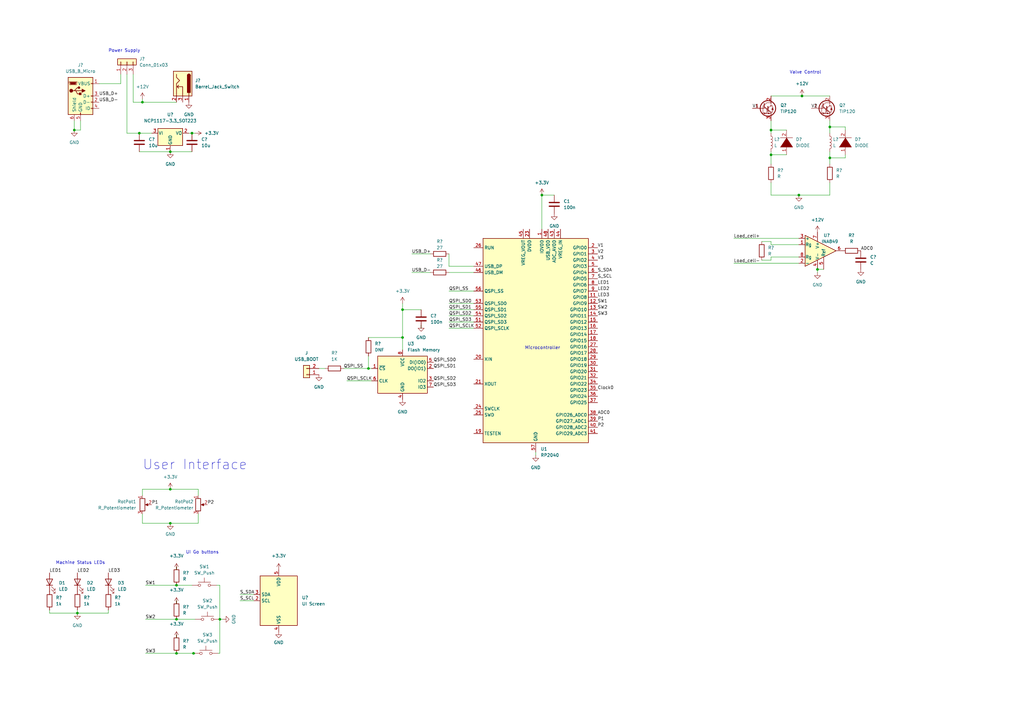
<source format=kicad_sch>
(kicad_sch (version 20211123) (generator eeschema)

  (uuid cb478c62-8814-448c-b4a1-6f06cef00dd0)

  (paper "A3")

  (lib_symbols
    (symbol "Amplifier_Instrumentation:INA333xxDGK" (pin_names (offset 0.127)) (in_bom yes) (on_board yes)
      (property "Reference" "U" (id 0) (at 3.81 3.175 0)
        (effects (font (size 1.27 1.27)) (justify left))
      )
      (property "Value" "INA333xxDGK" (id 1) (at 3.81 -3.175 0)
        (effects (font (size 1.27 1.27)) (justify left))
      )
      (property "Footprint" "Package_SO:VSSOP-8_3.0x3.0mm_P0.65mm" (id 2) (at 0 -7.62 0)
        (effects (font (size 1.27 1.27)) hide)
      )
      (property "Datasheet" "https://www.ti.com/lit/ds/symlink/ina333.pdf" (id 3) (at 2.54 0 0)
        (effects (font (size 1.27 1.27)) hide)
      )
      (property "ki_keywords" "instrumentation opamp amplifier" (id 4) (at 0 0 0)
        (effects (font (size 1.27 1.27)) hide)
      )
      (property "ki_description" "Zero Drift, Micropower Instrumentation Amplifier G = 1 + 100kOhm/Rg, VSSOP-8" (id 5) (at 0 0 0)
        (effects (font (size 1.27 1.27)) hide)
      )
      (property "ki_fp_filters" "VSSOP*3.0x3.0mm*P0.65mm*" (id 6) (at 0 0 0)
        (effects (font (size 1.27 1.27)) hide)
      )
      (symbol "INA333xxDGK_0_1"
        (polyline
          (pts
            (xy 7.62 0)
            (xy -5.08 6.35)
            (xy -5.08 -6.35)
            (xy 7.62 0)
          )
          (stroke (width 0.254) (type default) (color 0 0 0 0))
          (fill (type background))
        )
      )
      (symbol "INA333xxDGK_1_1"
        (pin passive line (at -7.62 2.54 0) (length 2.54)
          (name "Rg" (effects (font (size 1.27 1.27))))
          (number "1" (effects (font (size 1.27 1.27))))
        )
        (pin input line (at -7.62 -5.08 0) (length 2.54)
          (name "-" (effects (font (size 1.27 1.27))))
          (number "2" (effects (font (size 1.27 1.27))))
        )
        (pin input line (at -7.62 5.08 0) (length 2.54)
          (name "+" (effects (font (size 1.27 1.27))))
          (number "3" (effects (font (size 1.27 1.27))))
        )
        (pin power_in line (at 0 -7.62 90) (length 3.81)
          (name "V-" (effects (font (size 1.27 1.27))))
          (number "4" (effects (font (size 1.27 1.27))))
        )
        (pin input line (at 2.54 -7.62 90) (length 5.08)
          (name "Ref" (effects (font (size 1.27 1.27))))
          (number "5" (effects (font (size 1.27 1.27))))
        )
        (pin output line (at 10.16 0 180) (length 2.54)
          (name "~" (effects (font (size 1.27 1.27))))
          (number "6" (effects (font (size 1.27 1.27))))
        )
        (pin power_in line (at 0 7.62 270) (length 3.81)
          (name "V+" (effects (font (size 1.27 1.27))))
          (number "7" (effects (font (size 1.27 1.27))))
        )
        (pin passive line (at -7.62 -2.54 0) (length 2.54)
          (name "Rg" (effects (font (size 1.27 1.27))))
          (number "8" (effects (font (size 1.27 1.27))))
        )
      )
    )
    (symbol "Connector:Barrel_Jack_Switch" (pin_names hide) (in_bom yes) (on_board yes)
      (property "Reference" "J" (id 0) (at 0 5.334 0)
        (effects (font (size 1.27 1.27)))
      )
      (property "Value" "Barrel_Jack_Switch" (id 1) (at 0 -5.08 0)
        (effects (font (size 1.27 1.27)))
      )
      (property "Footprint" "" (id 2) (at 1.27 -1.016 0)
        (effects (font (size 1.27 1.27)) hide)
      )
      (property "Datasheet" "~" (id 3) (at 1.27 -1.016 0)
        (effects (font (size 1.27 1.27)) hide)
      )
      (property "ki_keywords" "DC power barrel jack connector" (id 4) (at 0 0 0)
        (effects (font (size 1.27 1.27)) hide)
      )
      (property "ki_description" "DC Barrel Jack with an internal switch" (id 5) (at 0 0 0)
        (effects (font (size 1.27 1.27)) hide)
      )
      (property "ki_fp_filters" "BarrelJack*" (id 6) (at 0 0 0)
        (effects (font (size 1.27 1.27)) hide)
      )
      (symbol "Barrel_Jack_Switch_0_1"
        (rectangle (start -5.08 3.81) (end 5.08 -3.81)
          (stroke (width 0.254) (type default) (color 0 0 0 0))
          (fill (type background))
        )
        (arc (start -3.302 3.175) (mid -3.937 2.54) (end -3.302 1.905)
          (stroke (width 0.254) (type default) (color 0 0 0 0))
          (fill (type none))
        )
        (arc (start -3.302 3.175) (mid -3.937 2.54) (end -3.302 1.905)
          (stroke (width 0.254) (type default) (color 0 0 0 0))
          (fill (type outline))
        )
        (polyline
          (pts
            (xy 1.27 -2.286)
            (xy 1.905 -1.651)
          )
          (stroke (width 0.254) (type default) (color 0 0 0 0))
          (fill (type none))
        )
        (polyline
          (pts
            (xy 5.08 2.54)
            (xy 3.81 2.54)
          )
          (stroke (width 0.254) (type default) (color 0 0 0 0))
          (fill (type none))
        )
        (polyline
          (pts
            (xy 5.08 0)
            (xy 1.27 0)
            (xy 1.27 -2.286)
            (xy 0.635 -1.651)
          )
          (stroke (width 0.254) (type default) (color 0 0 0 0))
          (fill (type none))
        )
        (polyline
          (pts
            (xy -3.81 -2.54)
            (xy -2.54 -2.54)
            (xy -1.27 -1.27)
            (xy 0 -2.54)
            (xy 2.54 -2.54)
            (xy 5.08 -2.54)
          )
          (stroke (width 0.254) (type default) (color 0 0 0 0))
          (fill (type none))
        )
        (rectangle (start 3.683 3.175) (end -3.302 1.905)
          (stroke (width 0.254) (type default) (color 0 0 0 0))
          (fill (type outline))
        )
      )
      (symbol "Barrel_Jack_Switch_1_1"
        (pin passive line (at 7.62 2.54 180) (length 2.54)
          (name "~" (effects (font (size 1.27 1.27))))
          (number "1" (effects (font (size 1.27 1.27))))
        )
        (pin passive line (at 7.62 -2.54 180) (length 2.54)
          (name "~" (effects (font (size 1.27 1.27))))
          (number "2" (effects (font (size 1.27 1.27))))
        )
        (pin passive line (at 7.62 0 180) (length 2.54)
          (name "~" (effects (font (size 1.27 1.27))))
          (number "3" (effects (font (size 1.27 1.27))))
        )
      )
    )
    (symbol "Connector:USB_B_Micro" (pin_names (offset 1.016)) (in_bom yes) (on_board yes)
      (property "Reference" "J" (id 0) (at -5.08 11.43 0)
        (effects (font (size 1.27 1.27)) (justify left))
      )
      (property "Value" "USB_B_Micro" (id 1) (at -5.08 8.89 0)
        (effects (font (size 1.27 1.27)) (justify left))
      )
      (property "Footprint" "" (id 2) (at 3.81 -1.27 0)
        (effects (font (size 1.27 1.27)) hide)
      )
      (property "Datasheet" "~" (id 3) (at 3.81 -1.27 0)
        (effects (font (size 1.27 1.27)) hide)
      )
      (property "ki_keywords" "connector USB micro" (id 4) (at 0 0 0)
        (effects (font (size 1.27 1.27)) hide)
      )
      (property "ki_description" "USB Micro Type B connector" (id 5) (at 0 0 0)
        (effects (font (size 1.27 1.27)) hide)
      )
      (property "ki_fp_filters" "USB*" (id 6) (at 0 0 0)
        (effects (font (size 1.27 1.27)) hide)
      )
      (symbol "USB_B_Micro_0_1"
        (rectangle (start -5.08 -7.62) (end 5.08 7.62)
          (stroke (width 0.254) (type default) (color 0 0 0 0))
          (fill (type background))
        )
        (circle (center -3.81 2.159) (radius 0.635)
          (stroke (width 0.254) (type default) (color 0 0 0 0))
          (fill (type outline))
        )
        (circle (center -0.635 3.429) (radius 0.381)
          (stroke (width 0.254) (type default) (color 0 0 0 0))
          (fill (type outline))
        )
        (rectangle (start -0.127 -7.62) (end 0.127 -6.858)
          (stroke (width 0) (type default) (color 0 0 0 0))
          (fill (type none))
        )
        (polyline
          (pts
            (xy -1.905 2.159)
            (xy 0.635 2.159)
          )
          (stroke (width 0.254) (type default) (color 0 0 0 0))
          (fill (type none))
        )
        (polyline
          (pts
            (xy -3.175 2.159)
            (xy -2.54 2.159)
            (xy -1.27 3.429)
            (xy -0.635 3.429)
          )
          (stroke (width 0.254) (type default) (color 0 0 0 0))
          (fill (type none))
        )
        (polyline
          (pts
            (xy -2.54 2.159)
            (xy -1.905 2.159)
            (xy -1.27 0.889)
            (xy 0 0.889)
          )
          (stroke (width 0.254) (type default) (color 0 0 0 0))
          (fill (type none))
        )
        (polyline
          (pts
            (xy 0.635 2.794)
            (xy 0.635 1.524)
            (xy 1.905 2.159)
            (xy 0.635 2.794)
          )
          (stroke (width 0.254) (type default) (color 0 0 0 0))
          (fill (type outline))
        )
        (polyline
          (pts
            (xy -4.318 5.588)
            (xy -1.778 5.588)
            (xy -2.032 4.826)
            (xy -4.064 4.826)
            (xy -4.318 5.588)
          )
          (stroke (width 0) (type default) (color 0 0 0 0))
          (fill (type outline))
        )
        (polyline
          (pts
            (xy -4.699 5.842)
            (xy -4.699 5.588)
            (xy -4.445 4.826)
            (xy -4.445 4.572)
            (xy -1.651 4.572)
            (xy -1.651 4.826)
            (xy -1.397 5.588)
            (xy -1.397 5.842)
            (xy -4.699 5.842)
          )
          (stroke (width 0) (type default) (color 0 0 0 0))
          (fill (type none))
        )
        (rectangle (start 0.254 1.27) (end -0.508 0.508)
          (stroke (width 0.254) (type default) (color 0 0 0 0))
          (fill (type outline))
        )
        (rectangle (start 5.08 -5.207) (end 4.318 -4.953)
          (stroke (width 0) (type default) (color 0 0 0 0))
          (fill (type none))
        )
        (rectangle (start 5.08 -2.667) (end 4.318 -2.413)
          (stroke (width 0) (type default) (color 0 0 0 0))
          (fill (type none))
        )
        (rectangle (start 5.08 -0.127) (end 4.318 0.127)
          (stroke (width 0) (type default) (color 0 0 0 0))
          (fill (type none))
        )
        (rectangle (start 5.08 4.953) (end 4.318 5.207)
          (stroke (width 0) (type default) (color 0 0 0 0))
          (fill (type none))
        )
      )
      (symbol "USB_B_Micro_1_1"
        (pin power_out line (at 7.62 5.08 180) (length 2.54)
          (name "VBUS" (effects (font (size 1.27 1.27))))
          (number "1" (effects (font (size 1.27 1.27))))
        )
        (pin bidirectional line (at 7.62 -2.54 180) (length 2.54)
          (name "D-" (effects (font (size 1.27 1.27))))
          (number "2" (effects (font (size 1.27 1.27))))
        )
        (pin bidirectional line (at 7.62 0 180) (length 2.54)
          (name "D+" (effects (font (size 1.27 1.27))))
          (number "3" (effects (font (size 1.27 1.27))))
        )
        (pin passive line (at 7.62 -5.08 180) (length 2.54)
          (name "ID" (effects (font (size 1.27 1.27))))
          (number "4" (effects (font (size 1.27 1.27))))
        )
        (pin power_out line (at 0 -10.16 90) (length 2.54)
          (name "GND" (effects (font (size 1.27 1.27))))
          (number "5" (effects (font (size 1.27 1.27))))
        )
        (pin passive line (at -2.54 -10.16 90) (length 2.54)
          (name "Shield" (effects (font (size 1.27 1.27))))
          (number "6" (effects (font (size 1.27 1.27))))
        )
      )
    )
    (symbol "Connector_Generic:Conn_01x02" (pin_names (offset 1.016) hide) (in_bom yes) (on_board yes)
      (property "Reference" "J" (id 0) (at 0 2.54 0)
        (effects (font (size 1.27 1.27)))
      )
      (property "Value" "Conn_01x02" (id 1) (at 0 -5.08 0)
        (effects (font (size 1.27 1.27)))
      )
      (property "Footprint" "" (id 2) (at 0 0 0)
        (effects (font (size 1.27 1.27)) hide)
      )
      (property "Datasheet" "~" (id 3) (at 0 0 0)
        (effects (font (size 1.27 1.27)) hide)
      )
      (property "ki_keywords" "connector" (id 4) (at 0 0 0)
        (effects (font (size 1.27 1.27)) hide)
      )
      (property "ki_description" "Generic connector, single row, 01x02, script generated (kicad-library-utils/schlib/autogen/connector/)" (id 5) (at 0 0 0)
        (effects (font (size 1.27 1.27)) hide)
      )
      (property "ki_fp_filters" "Connector*:*_1x??_*" (id 6) (at 0 0 0)
        (effects (font (size 1.27 1.27)) hide)
      )
      (symbol "Conn_01x02_1_1"
        (rectangle (start -1.27 -2.413) (end 0 -2.667)
          (stroke (width 0.1524) (type default) (color 0 0 0 0))
          (fill (type none))
        )
        (rectangle (start -1.27 0.127) (end 0 -0.127)
          (stroke (width 0.1524) (type default) (color 0 0 0 0))
          (fill (type none))
        )
        (rectangle (start -1.27 1.27) (end 1.27 -3.81)
          (stroke (width 0.254) (type default) (color 0 0 0 0))
          (fill (type background))
        )
        (pin passive line (at -5.08 0 0) (length 3.81)
          (name "Pin_1" (effects (font (size 1.27 1.27))))
          (number "1" (effects (font (size 1.27 1.27))))
        )
        (pin passive line (at -5.08 -2.54 0) (length 3.81)
          (name "Pin_2" (effects (font (size 1.27 1.27))))
          (number "2" (effects (font (size 1.27 1.27))))
        )
      )
    )
    (symbol "Connector_Generic:Conn_01x03" (pin_names (offset 1.016) hide) (in_bom yes) (on_board yes)
      (property "Reference" "J" (id 0) (at 0 5.08 0)
        (effects (font (size 1.27 1.27)))
      )
      (property "Value" "Conn_01x03" (id 1) (at 0 -5.08 0)
        (effects (font (size 1.27 1.27)))
      )
      (property "Footprint" "" (id 2) (at 0 0 0)
        (effects (font (size 1.27 1.27)) hide)
      )
      (property "Datasheet" "~" (id 3) (at 0 0 0)
        (effects (font (size 1.27 1.27)) hide)
      )
      (property "ki_keywords" "connector" (id 4) (at 0 0 0)
        (effects (font (size 1.27 1.27)) hide)
      )
      (property "ki_description" "Generic connector, single row, 01x03, script generated (kicad-library-utils/schlib/autogen/connector/)" (id 5) (at 0 0 0)
        (effects (font (size 1.27 1.27)) hide)
      )
      (property "ki_fp_filters" "Connector*:*_1x??_*" (id 6) (at 0 0 0)
        (effects (font (size 1.27 1.27)) hide)
      )
      (symbol "Conn_01x03_1_1"
        (rectangle (start -1.27 -2.413) (end 0 -2.667)
          (stroke (width 0.1524) (type default) (color 0 0 0 0))
          (fill (type none))
        )
        (rectangle (start -1.27 0.127) (end 0 -0.127)
          (stroke (width 0.1524) (type default) (color 0 0 0 0))
          (fill (type none))
        )
        (rectangle (start -1.27 2.667) (end 0 2.413)
          (stroke (width 0.1524) (type default) (color 0 0 0 0))
          (fill (type none))
        )
        (rectangle (start -1.27 3.81) (end 1.27 -3.81)
          (stroke (width 0.254) (type default) (color 0 0 0 0))
          (fill (type background))
        )
        (pin passive line (at -5.08 2.54 0) (length 3.81)
          (name "Pin_1" (effects (font (size 1.27 1.27))))
          (number "1" (effects (font (size 1.27 1.27))))
        )
        (pin passive line (at -5.08 0 0) (length 3.81)
          (name "Pin_2" (effects (font (size 1.27 1.27))))
          (number "2" (effects (font (size 1.27 1.27))))
        )
        (pin passive line (at -5.08 -2.54 0) (length 3.81)
          (name "Pin_3" (effects (font (size 1.27 1.27))))
          (number "3" (effects (font (size 1.27 1.27))))
        )
      )
    )
    (symbol "Device:C" (pin_numbers hide) (pin_names (offset 0.254)) (in_bom yes) (on_board yes)
      (property "Reference" "C" (id 0) (at 0.635 2.54 0)
        (effects (font (size 1.27 1.27)) (justify left))
      )
      (property "Value" "C" (id 1) (at 0.635 -2.54 0)
        (effects (font (size 1.27 1.27)) (justify left))
      )
      (property "Footprint" "" (id 2) (at 0.9652 -3.81 0)
        (effects (font (size 1.27 1.27)) hide)
      )
      (property "Datasheet" "~" (id 3) (at 0 0 0)
        (effects (font (size 1.27 1.27)) hide)
      )
      (property "ki_keywords" "cap capacitor" (id 4) (at 0 0 0)
        (effects (font (size 1.27 1.27)) hide)
      )
      (property "ki_description" "Unpolarized capacitor" (id 5) (at 0 0 0)
        (effects (font (size 1.27 1.27)) hide)
      )
      (property "ki_fp_filters" "C_*" (id 6) (at 0 0 0)
        (effects (font (size 1.27 1.27)) hide)
      )
      (symbol "C_0_1"
        (polyline
          (pts
            (xy -2.032 -0.762)
            (xy 2.032 -0.762)
          )
          (stroke (width 0.508) (type default) (color 0 0 0 0))
          (fill (type none))
        )
        (polyline
          (pts
            (xy -2.032 0.762)
            (xy 2.032 0.762)
          )
          (stroke (width 0.508) (type default) (color 0 0 0 0))
          (fill (type none))
        )
      )
      (symbol "C_1_1"
        (pin passive line (at 0 3.81 270) (length 2.794)
          (name "~" (effects (font (size 1.27 1.27))))
          (number "1" (effects (font (size 1.27 1.27))))
        )
        (pin passive line (at 0 -3.81 90) (length 2.794)
          (name "~" (effects (font (size 1.27 1.27))))
          (number "2" (effects (font (size 1.27 1.27))))
        )
      )
    )
    (symbol "Device:L" (pin_numbers hide) (pin_names (offset 1.016) hide) (in_bom yes) (on_board yes)
      (property "Reference" "L" (id 0) (at -1.27 0 90)
        (effects (font (size 1.27 1.27)))
      )
      (property "Value" "L" (id 1) (at 1.905 0 90)
        (effects (font (size 1.27 1.27)))
      )
      (property "Footprint" "" (id 2) (at 0 0 0)
        (effects (font (size 1.27 1.27)) hide)
      )
      (property "Datasheet" "~" (id 3) (at 0 0 0)
        (effects (font (size 1.27 1.27)) hide)
      )
      (property "ki_keywords" "inductor choke coil reactor magnetic" (id 4) (at 0 0 0)
        (effects (font (size 1.27 1.27)) hide)
      )
      (property "ki_description" "Inductor" (id 5) (at 0 0 0)
        (effects (font (size 1.27 1.27)) hide)
      )
      (property "ki_fp_filters" "Choke_* *Coil* Inductor_* L_*" (id 6) (at 0 0 0)
        (effects (font (size 1.27 1.27)) hide)
      )
      (symbol "L_0_1"
        (arc (start 0 -2.54) (mid 0.635 -1.905) (end 0 -1.27)
          (stroke (width 0) (type default) (color 0 0 0 0))
          (fill (type none))
        )
        (arc (start 0 -1.27) (mid 0.635 -0.635) (end 0 0)
          (stroke (width 0) (type default) (color 0 0 0 0))
          (fill (type none))
        )
        (arc (start 0 0) (mid 0.635 0.635) (end 0 1.27)
          (stroke (width 0) (type default) (color 0 0 0 0))
          (fill (type none))
        )
        (arc (start 0 1.27) (mid 0.635 1.905) (end 0 2.54)
          (stroke (width 0) (type default) (color 0 0 0 0))
          (fill (type none))
        )
      )
      (symbol "L_1_1"
        (pin passive line (at 0 3.81 270) (length 1.27)
          (name "1" (effects (font (size 1.27 1.27))))
          (number "1" (effects (font (size 1.27 1.27))))
        )
        (pin passive line (at 0 -3.81 90) (length 1.27)
          (name "2" (effects (font (size 1.27 1.27))))
          (number "2" (effects (font (size 1.27 1.27))))
        )
      )
    )
    (symbol "Device:LED" (pin_numbers hide) (pin_names (offset 1.016) hide) (in_bom yes) (on_board yes)
      (property "Reference" "D" (id 0) (at 0 2.54 0)
        (effects (font (size 1.27 1.27)))
      )
      (property "Value" "LED" (id 1) (at 0 -2.54 0)
        (effects (font (size 1.27 1.27)))
      )
      (property "Footprint" "" (id 2) (at 0 0 0)
        (effects (font (size 1.27 1.27)) hide)
      )
      (property "Datasheet" "~" (id 3) (at 0 0 0)
        (effects (font (size 1.27 1.27)) hide)
      )
      (property "ki_keywords" "LED diode" (id 4) (at 0 0 0)
        (effects (font (size 1.27 1.27)) hide)
      )
      (property "ki_description" "Light emitting diode" (id 5) (at 0 0 0)
        (effects (font (size 1.27 1.27)) hide)
      )
      (property "ki_fp_filters" "LED* LED_SMD:* LED_THT:*" (id 6) (at 0 0 0)
        (effects (font (size 1.27 1.27)) hide)
      )
      (symbol "LED_0_1"
        (polyline
          (pts
            (xy -1.27 -1.27)
            (xy -1.27 1.27)
          )
          (stroke (width 0.254) (type default) (color 0 0 0 0))
          (fill (type none))
        )
        (polyline
          (pts
            (xy -1.27 0)
            (xy 1.27 0)
          )
          (stroke (width 0) (type default) (color 0 0 0 0))
          (fill (type none))
        )
        (polyline
          (pts
            (xy 1.27 -1.27)
            (xy 1.27 1.27)
            (xy -1.27 0)
            (xy 1.27 -1.27)
          )
          (stroke (width 0.254) (type default) (color 0 0 0 0))
          (fill (type none))
        )
        (polyline
          (pts
            (xy -3.048 -0.762)
            (xy -4.572 -2.286)
            (xy -3.81 -2.286)
            (xy -4.572 -2.286)
            (xy -4.572 -1.524)
          )
          (stroke (width 0) (type default) (color 0 0 0 0))
          (fill (type none))
        )
        (polyline
          (pts
            (xy -1.778 -0.762)
            (xy -3.302 -2.286)
            (xy -2.54 -2.286)
            (xy -3.302 -2.286)
            (xy -3.302 -1.524)
          )
          (stroke (width 0) (type default) (color 0 0 0 0))
          (fill (type none))
        )
      )
      (symbol "LED_1_1"
        (pin passive line (at -3.81 0 0) (length 2.54)
          (name "K" (effects (font (size 1.27 1.27))))
          (number "1" (effects (font (size 1.27 1.27))))
        )
        (pin passive line (at 3.81 0 180) (length 2.54)
          (name "A" (effects (font (size 1.27 1.27))))
          (number "2" (effects (font (size 1.27 1.27))))
        )
      )
    )
    (symbol "Device:R" (pin_numbers hide) (pin_names (offset 0)) (in_bom yes) (on_board yes)
      (property "Reference" "R" (id 0) (at 2.032 0 90)
        (effects (font (size 1.27 1.27)))
      )
      (property "Value" "R" (id 1) (at 0 0 90)
        (effects (font (size 1.27 1.27)))
      )
      (property "Footprint" "" (id 2) (at -1.778 0 90)
        (effects (font (size 1.27 1.27)) hide)
      )
      (property "Datasheet" "~" (id 3) (at 0 0 0)
        (effects (font (size 1.27 1.27)) hide)
      )
      (property "ki_keywords" "R res resistor" (id 4) (at 0 0 0)
        (effects (font (size 1.27 1.27)) hide)
      )
      (property "ki_description" "Resistor" (id 5) (at 0 0 0)
        (effects (font (size 1.27 1.27)) hide)
      )
      (property "ki_fp_filters" "R_*" (id 6) (at 0 0 0)
        (effects (font (size 1.27 1.27)) hide)
      )
      (symbol "R_0_1"
        (rectangle (start -1.016 -2.54) (end 1.016 2.54)
          (stroke (width 0.254) (type default) (color 0 0 0 0))
          (fill (type none))
        )
      )
      (symbol "R_1_1"
        (pin passive line (at 0 3.81 270) (length 1.27)
          (name "~" (effects (font (size 1.27 1.27))))
          (number "1" (effects (font (size 1.27 1.27))))
        )
        (pin passive line (at 0 -3.81 90) (length 1.27)
          (name "~" (effects (font (size 1.27 1.27))))
          (number "2" (effects (font (size 1.27 1.27))))
        )
      )
    )
    (symbol "Device:R_Potentiometer" (pin_names (offset 1.016) hide) (in_bom yes) (on_board yes)
      (property "Reference" "RV" (id 0) (at -4.445 0 90)
        (effects (font (size 1.27 1.27)))
      )
      (property "Value" "R_Potentiometer" (id 1) (at -2.54 0 90)
        (effects (font (size 1.27 1.27)))
      )
      (property "Footprint" "" (id 2) (at 0 0 0)
        (effects (font (size 1.27 1.27)) hide)
      )
      (property "Datasheet" "~" (id 3) (at 0 0 0)
        (effects (font (size 1.27 1.27)) hide)
      )
      (property "ki_keywords" "resistor variable" (id 4) (at 0 0 0)
        (effects (font (size 1.27 1.27)) hide)
      )
      (property "ki_description" "Potentiometer" (id 5) (at 0 0 0)
        (effects (font (size 1.27 1.27)) hide)
      )
      (property "ki_fp_filters" "Potentiometer*" (id 6) (at 0 0 0)
        (effects (font (size 1.27 1.27)) hide)
      )
      (symbol "R_Potentiometer_0_1"
        (polyline
          (pts
            (xy 2.54 0)
            (xy 1.524 0)
          )
          (stroke (width 0) (type default) (color 0 0 0 0))
          (fill (type none))
        )
        (polyline
          (pts
            (xy 1.143 0)
            (xy 2.286 0.508)
            (xy 2.286 -0.508)
            (xy 1.143 0)
          )
          (stroke (width 0) (type default) (color 0 0 0 0))
          (fill (type outline))
        )
        (rectangle (start 1.016 2.54) (end -1.016 -2.54)
          (stroke (width 0.254) (type default) (color 0 0 0 0))
          (fill (type none))
        )
      )
      (symbol "R_Potentiometer_1_1"
        (pin passive line (at 0 3.81 270) (length 1.27)
          (name "1" (effects (font (size 1.27 1.27))))
          (number "1" (effects (font (size 1.27 1.27))))
        )
        (pin passive line (at 3.81 0 180) (length 1.27)
          (name "2" (effects (font (size 1.27 1.27))))
          (number "2" (effects (font (size 1.27 1.27))))
        )
        (pin passive line (at 0 -3.81 90) (length 1.27)
          (name "3" (effects (font (size 1.27 1.27))))
          (number "3" (effects (font (size 1.27 1.27))))
        )
      )
    )
    (symbol "MCU_RaspberryPi:RP2040" (in_bom yes) (on_board yes)
      (property "Reference" "U" (id 0) (at 17.78 45.72 0)
        (effects (font (size 1.27 1.27)))
      )
      (property "Value" "RP2040" (id 1) (at 17.78 43.18 0)
        (effects (font (size 1.27 1.27)))
      )
      (property "Footprint" "Package_DFN_QFN:QFN-56-1EP_7x7mm_P0.4mm_EP3.2x3.2mm" (id 2) (at 0 0 0)
        (effects (font (size 1.27 1.27)) hide)
      )
      (property "Datasheet" "https://datasheets.raspberrypi.com/rp2040/rp2040-datasheet.pdf" (id 3) (at 0 0 0)
        (effects (font (size 1.27 1.27)) hide)
      )
      (property "ki_keywords" "RP2040 ARM Cortex-M0+ USB" (id 4) (at 0 0 0)
        (effects (font (size 1.27 1.27)) hide)
      )
      (property "ki_description" "A microcontroller by Raspberry Pi" (id 5) (at 0 0 0)
        (effects (font (size 1.27 1.27)) hide)
      )
      (property "ki_fp_filters" "QFN*7x7mm?P0.4mm?EP3.2x3.2mm*" (id 6) (at 0 0 0)
        (effects (font (size 1.27 1.27)) hide)
      )
      (symbol "RP2040_0_1"
        (rectangle (start -21.59 41.91) (end 21.59 -41.91)
          (stroke (width 0.254) (type default) (color 0 0 0 0))
          (fill (type background))
        )
      )
      (symbol "RP2040_1_1"
        (pin power_in line (at 2.54 45.72 270) (length 3.81)
          (name "IOVDD" (effects (font (size 1.27 1.27))))
          (number "1" (effects (font (size 1.27 1.27))))
        )
        (pin passive line (at 2.54 45.72 270) (length 3.81) hide
          (name "IOVDD" (effects (font (size 1.27 1.27))))
          (number "10" (effects (font (size 1.27 1.27))))
        )
        (pin bidirectional line (at 25.4 17.78 180) (length 3.81)
          (name "GPIO8" (effects (font (size 1.27 1.27))))
          (number "11" (effects (font (size 1.27 1.27))))
        )
        (pin bidirectional line (at 25.4 15.24 180) (length 3.81)
          (name "GPIO9" (effects (font (size 1.27 1.27))))
          (number "12" (effects (font (size 1.27 1.27))))
        )
        (pin bidirectional line (at 25.4 12.7 180) (length 3.81)
          (name "GPIO10" (effects (font (size 1.27 1.27))))
          (number "13" (effects (font (size 1.27 1.27))))
        )
        (pin bidirectional line (at 25.4 10.16 180) (length 3.81)
          (name "GPIO11" (effects (font (size 1.27 1.27))))
          (number "14" (effects (font (size 1.27 1.27))))
        )
        (pin bidirectional line (at 25.4 7.62 180) (length 3.81)
          (name "GPIO12" (effects (font (size 1.27 1.27))))
          (number "15" (effects (font (size 1.27 1.27))))
        )
        (pin bidirectional line (at 25.4 5.08 180) (length 3.81)
          (name "GPIO13" (effects (font (size 1.27 1.27))))
          (number "16" (effects (font (size 1.27 1.27))))
        )
        (pin bidirectional line (at 25.4 2.54 180) (length 3.81)
          (name "GPIO14" (effects (font (size 1.27 1.27))))
          (number "17" (effects (font (size 1.27 1.27))))
        )
        (pin bidirectional line (at 25.4 0 180) (length 3.81)
          (name "GPIO15" (effects (font (size 1.27 1.27))))
          (number "18" (effects (font (size 1.27 1.27))))
        )
        (pin input line (at -25.4 -38.1 0) (length 3.81)
          (name "TESTEN" (effects (font (size 1.27 1.27))))
          (number "19" (effects (font (size 1.27 1.27))))
        )
        (pin bidirectional line (at 25.4 38.1 180) (length 3.81)
          (name "GPIO0" (effects (font (size 1.27 1.27))))
          (number "2" (effects (font (size 1.27 1.27))))
        )
        (pin input line (at -25.4 -7.62 0) (length 3.81)
          (name "XIN" (effects (font (size 1.27 1.27))))
          (number "20" (effects (font (size 1.27 1.27))))
        )
        (pin passive line (at -25.4 -17.78 0) (length 3.81)
          (name "XOUT" (effects (font (size 1.27 1.27))))
          (number "21" (effects (font (size 1.27 1.27))))
        )
        (pin passive line (at 2.54 45.72 270) (length 3.81) hide
          (name "IOVDD" (effects (font (size 1.27 1.27))))
          (number "22" (effects (font (size 1.27 1.27))))
        )
        (pin power_in line (at -2.54 45.72 270) (length 3.81)
          (name "DVDD" (effects (font (size 1.27 1.27))))
          (number "23" (effects (font (size 1.27 1.27))))
        )
        (pin output line (at -25.4 -27.94 0) (length 3.81)
          (name "SWCLK" (effects (font (size 1.27 1.27))))
          (number "24" (effects (font (size 1.27 1.27))))
        )
        (pin bidirectional line (at -25.4 -30.48 0) (length 3.81)
          (name "SWD" (effects (font (size 1.27 1.27))))
          (number "25" (effects (font (size 1.27 1.27))))
        )
        (pin input line (at -25.4 38.1 0) (length 3.81)
          (name "RUN" (effects (font (size 1.27 1.27))))
          (number "26" (effects (font (size 1.27 1.27))))
        )
        (pin bidirectional line (at 25.4 -2.54 180) (length 3.81)
          (name "GPIO16" (effects (font (size 1.27 1.27))))
          (number "27" (effects (font (size 1.27 1.27))))
        )
        (pin bidirectional line (at 25.4 -5.08 180) (length 3.81)
          (name "GPIO17" (effects (font (size 1.27 1.27))))
          (number "28" (effects (font (size 1.27 1.27))))
        )
        (pin bidirectional line (at 25.4 -7.62 180) (length 3.81)
          (name "GPIO18" (effects (font (size 1.27 1.27))))
          (number "29" (effects (font (size 1.27 1.27))))
        )
        (pin bidirectional line (at 25.4 35.56 180) (length 3.81)
          (name "GPIO1" (effects (font (size 1.27 1.27))))
          (number "3" (effects (font (size 1.27 1.27))))
        )
        (pin bidirectional line (at 25.4 -10.16 180) (length 3.81)
          (name "GPIO19" (effects (font (size 1.27 1.27))))
          (number "30" (effects (font (size 1.27 1.27))))
        )
        (pin bidirectional line (at 25.4 -12.7 180) (length 3.81)
          (name "GPIO20" (effects (font (size 1.27 1.27))))
          (number "31" (effects (font (size 1.27 1.27))))
        )
        (pin bidirectional line (at 25.4 -15.24 180) (length 3.81)
          (name "GPIO21" (effects (font (size 1.27 1.27))))
          (number "32" (effects (font (size 1.27 1.27))))
        )
        (pin passive line (at 2.54 45.72 270) (length 3.81) hide
          (name "IOVDD" (effects (font (size 1.27 1.27))))
          (number "33" (effects (font (size 1.27 1.27))))
        )
        (pin bidirectional line (at 25.4 -17.78 180) (length 3.81)
          (name "GPIO22" (effects (font (size 1.27 1.27))))
          (number "34" (effects (font (size 1.27 1.27))))
        )
        (pin bidirectional line (at 25.4 -20.32 180) (length 3.81)
          (name "GPIO23" (effects (font (size 1.27 1.27))))
          (number "35" (effects (font (size 1.27 1.27))))
        )
        (pin bidirectional line (at 25.4 -22.86 180) (length 3.81)
          (name "GPIO24" (effects (font (size 1.27 1.27))))
          (number "36" (effects (font (size 1.27 1.27))))
        )
        (pin bidirectional line (at 25.4 -25.4 180) (length 3.81)
          (name "GPIO25" (effects (font (size 1.27 1.27))))
          (number "37" (effects (font (size 1.27 1.27))))
        )
        (pin bidirectional line (at 25.4 -30.48 180) (length 3.81)
          (name "GPIO26_ADC0" (effects (font (size 1.27 1.27))))
          (number "38" (effects (font (size 1.27 1.27))))
        )
        (pin bidirectional line (at 25.4 -33.02 180) (length 3.81)
          (name "GPIO27_ADC1" (effects (font (size 1.27 1.27))))
          (number "39" (effects (font (size 1.27 1.27))))
        )
        (pin bidirectional line (at 25.4 33.02 180) (length 3.81)
          (name "GPIO2" (effects (font (size 1.27 1.27))))
          (number "4" (effects (font (size 1.27 1.27))))
        )
        (pin bidirectional line (at 25.4 -35.56 180) (length 3.81)
          (name "GPIO28_ADC2" (effects (font (size 1.27 1.27))))
          (number "40" (effects (font (size 1.27 1.27))))
        )
        (pin bidirectional line (at 25.4 -38.1 180) (length 3.81)
          (name "GPIO29_ADC3" (effects (font (size 1.27 1.27))))
          (number "41" (effects (font (size 1.27 1.27))))
        )
        (pin passive line (at 2.54 45.72 270) (length 3.81) hide
          (name "IOVDD" (effects (font (size 1.27 1.27))))
          (number "42" (effects (font (size 1.27 1.27))))
        )
        (pin power_in line (at 7.62 45.72 270) (length 3.81)
          (name "ADC_AVDD" (effects (font (size 1.27 1.27))))
          (number "43" (effects (font (size 1.27 1.27))))
        )
        (pin power_in line (at 10.16 45.72 270) (length 3.81)
          (name "VREG_IN" (effects (font (size 1.27 1.27))))
          (number "44" (effects (font (size 1.27 1.27))))
        )
        (pin power_out line (at -5.08 45.72 270) (length 3.81)
          (name "VREG_VOUT" (effects (font (size 1.27 1.27))))
          (number "45" (effects (font (size 1.27 1.27))))
        )
        (pin bidirectional line (at -25.4 27.94 0) (length 3.81)
          (name "USB_DM" (effects (font (size 1.27 1.27))))
          (number "46" (effects (font (size 1.27 1.27))))
        )
        (pin bidirectional line (at -25.4 30.48 0) (length 3.81)
          (name "USB_DP" (effects (font (size 1.27 1.27))))
          (number "47" (effects (font (size 1.27 1.27))))
        )
        (pin power_in line (at 5.08 45.72 270) (length 3.81)
          (name "USB_VDD" (effects (font (size 1.27 1.27))))
          (number "48" (effects (font (size 1.27 1.27))))
        )
        (pin passive line (at 2.54 45.72 270) (length 3.81) hide
          (name "IOVDD" (effects (font (size 1.27 1.27))))
          (number "49" (effects (font (size 1.27 1.27))))
        )
        (pin bidirectional line (at 25.4 30.48 180) (length 3.81)
          (name "GPIO3" (effects (font (size 1.27 1.27))))
          (number "5" (effects (font (size 1.27 1.27))))
        )
        (pin passive line (at -2.54 45.72 270) (length 3.81) hide
          (name "DVDD" (effects (font (size 1.27 1.27))))
          (number "50" (effects (font (size 1.27 1.27))))
        )
        (pin bidirectional line (at -25.4 7.62 0) (length 3.81)
          (name "QSPI_SD3" (effects (font (size 1.27 1.27))))
          (number "51" (effects (font (size 1.27 1.27))))
        )
        (pin output line (at -25.4 5.08 0) (length 3.81)
          (name "QSPI_SCLK" (effects (font (size 1.27 1.27))))
          (number "52" (effects (font (size 1.27 1.27))))
        )
        (pin bidirectional line (at -25.4 15.24 0) (length 3.81)
          (name "QSPI_SD0" (effects (font (size 1.27 1.27))))
          (number "53" (effects (font (size 1.27 1.27))))
        )
        (pin bidirectional line (at -25.4 10.16 0) (length 3.81)
          (name "QSPI_SD2" (effects (font (size 1.27 1.27))))
          (number "54" (effects (font (size 1.27 1.27))))
        )
        (pin bidirectional line (at -25.4 12.7 0) (length 3.81)
          (name "QSPI_SD1" (effects (font (size 1.27 1.27))))
          (number "55" (effects (font (size 1.27 1.27))))
        )
        (pin bidirectional line (at -25.4 20.32 0) (length 3.81)
          (name "QSPI_SS" (effects (font (size 1.27 1.27))))
          (number "56" (effects (font (size 1.27 1.27))))
        )
        (pin power_in line (at 0 -45.72 90) (length 3.81)
          (name "GND" (effects (font (size 1.27 1.27))))
          (number "57" (effects (font (size 1.27 1.27))))
        )
        (pin bidirectional line (at 25.4 27.94 180) (length 3.81)
          (name "GPIO4" (effects (font (size 1.27 1.27))))
          (number "6" (effects (font (size 1.27 1.27))))
        )
        (pin bidirectional line (at 25.4 25.4 180) (length 3.81)
          (name "GPIO5" (effects (font (size 1.27 1.27))))
          (number "7" (effects (font (size 1.27 1.27))))
        )
        (pin bidirectional line (at 25.4 22.86 180) (length 3.81)
          (name "GPIO6" (effects (font (size 1.27 1.27))))
          (number "8" (effects (font (size 1.27 1.27))))
        )
        (pin bidirectional line (at 25.4 20.32 180) (length 3.81)
          (name "GPIO7" (effects (font (size 1.27 1.27))))
          (number "9" (effects (font (size 1.27 1.27))))
        )
      )
    )
    (symbol "Memory_Flash:W25Q32JVSS" (in_bom yes) (on_board yes)
      (property "Reference" "U" (id 0) (at -8.89 8.89 0)
        (effects (font (size 1.27 1.27)))
      )
      (property "Value" "W25Q32JVSS" (id 1) (at 7.62 8.89 0)
        (effects (font (size 1.27 1.27)))
      )
      (property "Footprint" "Package_SO:SOIC-8_5.23x5.23mm_P1.27mm" (id 2) (at 0 0 0)
        (effects (font (size 1.27 1.27)) hide)
      )
      (property "Datasheet" "http://www.winbond.com/resource-files/w25q32jv%20revg%2003272018%20plus.pdf" (id 3) (at 0 0 0)
        (effects (font (size 1.27 1.27)) hide)
      )
      (property "ki_keywords" "flash memory SPI" (id 4) (at 0 0 0)
        (effects (font (size 1.27 1.27)) hide)
      )
      (property "ki_description" "32Mb Serial Flash Memory, Standard/Dual/Quad SPI, SOIC-8" (id 5) (at 0 0 0)
        (effects (font (size 1.27 1.27)) hide)
      )
      (property "ki_fp_filters" "SOIC*5.23x5.23mm*P1.27mm*" (id 6) (at 0 0 0)
        (effects (font (size 1.27 1.27)) hide)
      )
      (symbol "W25Q32JVSS_0_1"
        (rectangle (start -10.16 7.62) (end 10.16 -7.62)
          (stroke (width 0.254) (type default) (color 0 0 0 0))
          (fill (type background))
        )
      )
      (symbol "W25Q32JVSS_1_1"
        (pin input line (at -12.7 2.54 0) (length 2.54)
          (name "~{CS}" (effects (font (size 1.27 1.27))))
          (number "1" (effects (font (size 1.27 1.27))))
        )
        (pin bidirectional line (at 12.7 2.54 180) (length 2.54)
          (name "DO(IO1)" (effects (font (size 1.27 1.27))))
          (number "2" (effects (font (size 1.27 1.27))))
        )
        (pin bidirectional line (at 12.7 -2.54 180) (length 2.54)
          (name "IO2" (effects (font (size 1.27 1.27))))
          (number "3" (effects (font (size 1.27 1.27))))
        )
        (pin power_in line (at 0 -10.16 90) (length 2.54)
          (name "GND" (effects (font (size 1.27 1.27))))
          (number "4" (effects (font (size 1.27 1.27))))
        )
        (pin bidirectional line (at 12.7 5.08 180) (length 2.54)
          (name "DI(IO0)" (effects (font (size 1.27 1.27))))
          (number "5" (effects (font (size 1.27 1.27))))
        )
        (pin input line (at -12.7 -2.54 0) (length 2.54)
          (name "CLK" (effects (font (size 1.27 1.27))))
          (number "6" (effects (font (size 1.27 1.27))))
        )
        (pin bidirectional line (at 12.7 -5.08 180) (length 2.54)
          (name "IO3" (effects (font (size 1.27 1.27))))
          (number "7" (effects (font (size 1.27 1.27))))
        )
        (pin power_in line (at 0 10.16 270) (length 2.54)
          (name "VCC" (effects (font (size 1.27 1.27))))
          (number "8" (effects (font (size 1.27 1.27))))
        )
      )
    )
    (symbol "NHD-C0220BIZ_1" (in_bom yes) (on_board yes)
      (property "Reference" "U2" (id 0) (at 2.0194 15.24 0)
        (effects (font (size 1.27 1.27)) (justify left))
      )
      (property "Value" "NHD-C0220BIZ_1" (id 1) (at 2.0194 12.7 0)
        (effects (font (size 1.27 1.27)) (justify left))
      )
      (property "Footprint" "Display:NHD-C0220BiZ" (id 2) (at 0 -15.24 0)
        (effects (font (size 1.27 1.27)) hide)
      )
      (property "Datasheet" "http://www.newhavendisplay.com/specs/NHD-C0220BiZ-FSW-FBW-3V3M.pdf" (id 3) (at -7.62 15.24 0)
        (effects (font (size 1.27 1.27)) hide)
      )
      (property "ki_keywords" "display LCD 20x2" (id 4) (at 0 0 0)
        (effects (font (size 1.27 1.27)) hide)
      )
      (property "ki_description" "LCD 20x2 Alphanumeric 10pin Blue/White/Green Backlight, i2c, 3.3V VDD" (id 5) (at 0 0 0)
        (effects (font (size 1.27 1.27)) hide)
      )
      (property "ki_fp_filters" "NHD*C0220BiZ*" (id 6) (at 0 0 0)
        (effects (font (size 1.27 1.27)) hide)
      )
      (symbol "NHD-C0220BIZ_1_0_1"
        (rectangle (start -7.62 10.16) (end 7.62 -10.16)
          (stroke (width 0.254) (type default) (color 0 0 0 0))
          (fill (type background))
        )
      )
      (symbol "NHD-C0220BIZ_1_1_1"
        (pin input line (at -10.16 0 0) (length 2.54)
          (name "SCL" (effects (font (size 1.27 1.27))))
          (number "2" (effects (font (size 1.27 1.27))))
        )
        (pin bidirectional line (at -10.16 2.54 0) (length 2.54)
          (name "SDA" (effects (font (size 1.27 1.27))))
          (number "3" (effects (font (size 1.27 1.27))))
        )
        (pin power_in line (at 0 -12.7 90) (length 2.54)
          (name "VSS" (effects (font (size 1.27 1.27))))
          (number "4" (effects (font (size 1.27 1.27))))
        )
        (pin power_in line (at 0 12.7 270) (length 2.54)
          (name "VDD" (effects (font (size 1.27 1.27))))
          (number "5" (effects (font (size 1.27 1.27))))
        )
      )
    )
    (symbol "Regulator_Linear:NCP1117-3.3_SOT223" (pin_names (offset 0.254)) (in_bom yes) (on_board yes)
      (property "Reference" "U" (id 0) (at -3.81 3.175 0)
        (effects (font (size 1.27 1.27)))
      )
      (property "Value" "NCP1117-3.3_SOT223" (id 1) (at 0 3.175 0)
        (effects (font (size 1.27 1.27)) (justify left))
      )
      (property "Footprint" "Package_TO_SOT_SMD:SOT-223-3_TabPin2" (id 2) (at 0 5.08 0)
        (effects (font (size 1.27 1.27)) hide)
      )
      (property "Datasheet" "http://www.onsemi.com/pub_link/Collateral/NCP1117-D.PDF" (id 3) (at 2.54 -6.35 0)
        (effects (font (size 1.27 1.27)) hide)
      )
      (property "ki_keywords" "REGULATOR LDO 3.3V" (id 4) (at 0 0 0)
        (effects (font (size 1.27 1.27)) hide)
      )
      (property "ki_description" "1A Low drop-out regulator, Fixed Output 3.3V, SOT-223" (id 5) (at 0 0 0)
        (effects (font (size 1.27 1.27)) hide)
      )
      (property "ki_fp_filters" "SOT?223*TabPin2*" (id 6) (at 0 0 0)
        (effects (font (size 1.27 1.27)) hide)
      )
      (symbol "NCP1117-3.3_SOT223_0_1"
        (rectangle (start -5.08 -5.08) (end 5.08 1.905)
          (stroke (width 0.254) (type default) (color 0 0 0 0))
          (fill (type background))
        )
      )
      (symbol "NCP1117-3.3_SOT223_1_1"
        (pin power_in line (at 0 -7.62 90) (length 2.54)
          (name "GND" (effects (font (size 1.27 1.27))))
          (number "1" (effects (font (size 1.27 1.27))))
        )
        (pin power_out line (at 7.62 0 180) (length 2.54)
          (name "VO" (effects (font (size 1.27 1.27))))
          (number "2" (effects (font (size 1.27 1.27))))
        )
        (pin power_in line (at -7.62 0 0) (length 2.54)
          (name "VI" (effects (font (size 1.27 1.27))))
          (number "3" (effects (font (size 1.27 1.27))))
        )
      )
    )
    (symbol "Switch:SW_Push" (pin_numbers hide) (pin_names (offset 1.016) hide) (in_bom yes) (on_board yes)
      (property "Reference" "SW" (id 0) (at 1.27 2.54 0)
        (effects (font (size 1.27 1.27)) (justify left))
      )
      (property "Value" "SW_Push" (id 1) (at 0 -1.524 0)
        (effects (font (size 1.27 1.27)))
      )
      (property "Footprint" "" (id 2) (at 0 5.08 0)
        (effects (font (size 1.27 1.27)) hide)
      )
      (property "Datasheet" "~" (id 3) (at 0 5.08 0)
        (effects (font (size 1.27 1.27)) hide)
      )
      (property "ki_keywords" "switch normally-open pushbutton push-button" (id 4) (at 0 0 0)
        (effects (font (size 1.27 1.27)) hide)
      )
      (property "ki_description" "Push button switch, generic, two pins" (id 5) (at 0 0 0)
        (effects (font (size 1.27 1.27)) hide)
      )
      (symbol "SW_Push_0_1"
        (circle (center -2.032 0) (radius 0.508)
          (stroke (width 0) (type default) (color 0 0 0 0))
          (fill (type none))
        )
        (polyline
          (pts
            (xy 0 1.27)
            (xy 0 3.048)
          )
          (stroke (width 0) (type default) (color 0 0 0 0))
          (fill (type none))
        )
        (polyline
          (pts
            (xy 2.54 1.27)
            (xy -2.54 1.27)
          )
          (stroke (width 0) (type default) (color 0 0 0 0))
          (fill (type none))
        )
        (circle (center 2.032 0) (radius 0.508)
          (stroke (width 0) (type default) (color 0 0 0 0))
          (fill (type none))
        )
        (pin passive line (at -5.08 0 0) (length 2.54)
          (name "1" (effects (font (size 1.27 1.27))))
          (number "1" (effects (font (size 1.27 1.27))))
        )
        (pin passive line (at 5.08 0 180) (length 2.54)
          (name "2" (effects (font (size 1.27 1.27))))
          (number "2" (effects (font (size 1.27 1.27))))
        )
      )
    )
    (symbol "Transistor_BJT:TIP120" (pin_names (offset 0) hide) (in_bom yes) (on_board yes)
      (property "Reference" "Q" (id 0) (at 5.08 1.905 0)
        (effects (font (size 1.27 1.27)) (justify left))
      )
      (property "Value" "TIP120" (id 1) (at 5.08 0 0)
        (effects (font (size 1.27 1.27)) (justify left))
      )
      (property "Footprint" "Package_TO_SOT_THT:TO-220-3_Vertical" (id 2) (at 5.08 -1.905 0)
        (effects (font (size 1.27 1.27) italic) (justify left) hide)
      )
      (property "Datasheet" "https://www.onsemi.com/pub/Collateral/TIP120-D.PDF" (id 3) (at 0 0 0)
        (effects (font (size 1.27 1.27)) (justify left) hide)
      )
      (property "ki_keywords" "Darlington Power NPN Transistor" (id 4) (at 0 0 0)
        (effects (font (size 1.27 1.27)) hide)
      )
      (property "ki_description" "5A Ic, 60V Vce, Silicon Darlington Power NPN Transistor, TO-220" (id 5) (at 0 0 0)
        (effects (font (size 1.27 1.27)) hide)
      )
      (property "ki_fp_filters" "TO?220*" (id 6) (at 0 0 0)
        (effects (font (size 1.27 1.27)) hide)
      )
      (symbol "TIP120_0_1"
        (circle (center -0.762 0) (radius 0.127)
          (stroke (width 0) (type default) (color 0 0 0 0))
          (fill (type none))
        )
        (polyline
          (pts
            (xy -1.27 0)
            (xy -0.889 0)
          )
          (stroke (width 0) (type default) (color 0 0 0 0))
          (fill (type none))
        )
        (polyline
          (pts
            (xy 2.54 -2.032)
            (xy 2.54 -2.54)
          )
          (stroke (width 0) (type default) (color 0 0 0 0))
          (fill (type none))
        )
        (polyline
          (pts
            (xy 2.54 -1.524)
            (xy 3.175 -1.524)
          )
          (stroke (width 0) (type default) (color 0 0 0 0))
          (fill (type none))
        )
        (polyline
          (pts
            (xy 2.794 0.127)
            (xy 3.556 0.127)
          )
          (stroke (width 0) (type default) (color 0 0 0 0))
          (fill (type none))
        )
        (polyline
          (pts
            (xy 3.175 -0.635)
            (xy 3.175 -1.524)
          )
          (stroke (width 0) (type default) (color 0 0 0 0))
          (fill (type none))
        )
        (polyline
          (pts
            (xy 3.175 1.016)
            (xy 2.54 1.016)
          )
          (stroke (width 0) (type default) (color 0 0 0 0))
          (fill (type none))
        )
        (polyline
          (pts
            (xy 3.175 1.016)
            (xy 3.175 0.127)
          )
          (stroke (width 0) (type default) (color 0 0 0 0))
          (fill (type none))
        )
        (polyline
          (pts
            (xy -0.254 0.762)
            (xy 0.762 -0.254)
            (xy 1.27 -0.254)
          )
          (stroke (width 0) (type default) (color 0 0 0 0))
          (fill (type none))
        )
        (polyline
          (pts
            (xy -0.254 1.016)
            (xy -0.762 1.016)
            (xy -0.762 -2.032)
          )
          (stroke (width 0) (type default) (color 0 0 0 0))
          (fill (type none))
        )
        (polyline
          (pts
            (xy -0.254 1.27)
            (xy 0.762 2.286)
            (xy 2.54 2.286)
          )
          (stroke (width 0) (type default) (color 0 0 0 0))
          (fill (type none))
        )
        (polyline
          (pts
            (xy -0.254 2.032)
            (xy -0.254 0)
            (xy -0.254 0)
          )
          (stroke (width 0.3048) (type default) (color 0 0 0 0))
          (fill (type none))
        )
        (polyline
          (pts
            (xy 1.27 0.762)
            (xy 1.27 -1.27)
            (xy 1.27 -1.27)
          )
          (stroke (width 0.381) (type default) (color 0 0 0 0))
          (fill (type none))
        )
        (polyline
          (pts
            (xy 0.635 -0.127)
            (xy 0.381 0.381)
            (xy 0.127 0.127)
            (xy 0.635 -0.127)
          )
          (stroke (width 0) (type default) (color 0 0 0 0))
          (fill (type none))
        )
        (polyline
          (pts
            (xy 1.27 -0.508)
            (xy 2.286 -1.524)
            (xy 2.54 -1.524)
            (xy 2.54 -2.032)
          )
          (stroke (width 0) (type default) (color 0 0 0 0))
          (fill (type none))
        )
        (polyline
          (pts
            (xy 1.27 0)
            (xy 2.286 1.016)
            (xy 2.54 1.016)
            (xy 2.54 2.286)
          )
          (stroke (width 0) (type default) (color 0 0 0 0))
          (fill (type none))
        )
        (polyline
          (pts
            (xy 2.159 -1.397)
            (xy 1.905 -0.889)
            (xy 1.651 -1.143)
            (xy 2.159 -1.397)
          )
          (stroke (width 0) (type default) (color 0 0 0 0))
          (fill (type none))
        )
        (polyline
          (pts
            (xy 3.175 0.127)
            (xy 2.794 -0.635)
            (xy 3.556 -0.635)
            (xy 3.175 0.127)
          )
          (stroke (width 0) (type default) (color 0 0 0 0))
          (fill (type outline))
        )
        (polyline
          (pts
            (xy 0.762 -2.032)
            (xy 0.381 -2.032)
            (xy 0.254 -2.286)
            (xy 0.127 -1.778)
            (xy 0 -2.286)
            (xy -0.127 -1.778)
            (xy -0.254 -2.286)
            (xy -0.381 -1.778)
            (xy -0.508 -2.032)
            (xy -0.762 -2.032)
          )
          (stroke (width 0) (type default) (color 0 0 0 0))
          (fill (type none))
        )
        (polyline
          (pts
            (xy 0.762 -0.254)
            (xy 0.762 -2.032)
            (xy 1.143 -2.032)
            (xy 1.27 -1.778)
            (xy 1.397 -2.286)
            (xy 1.524 -1.778)
            (xy 1.651 -2.286)
            (xy 1.778 -1.778)
            (xy 1.905 -2.286)
            (xy 2.032 -2.032)
            (xy 2.54 -2.032)
          )
          (stroke (width 0) (type default) (color 0 0 0 0))
          (fill (type none))
        )
        (circle (center 0.762 -2.032) (radius 0.127)
          (stroke (width 0) (type default) (color 0 0 0 0))
          (fill (type none))
        )
        (circle (center 0.762 -0.254) (radius 0.127)
          (stroke (width 0) (type default) (color 0 0 0 0))
          (fill (type none))
        )
        (circle (center 1.27 0) (radius 3.175)
          (stroke (width 0.3556) (type default) (color 0 0 0 0))
          (fill (type none))
        )
        (circle (center 2.54 -2.032) (radius 0.127)
          (stroke (width 0) (type default) (color 0 0 0 0))
          (fill (type none))
        )
        (circle (center 2.54 -1.524) (radius 0.127)
          (stroke (width 0) (type default) (color 0 0 0 0))
          (fill (type none))
        )
        (circle (center 2.54 1.016) (radius 0.127)
          (stroke (width 0) (type default) (color 0 0 0 0))
          (fill (type none))
        )
        (circle (center 2.54 2.286) (radius 0.127)
          (stroke (width 0) (type default) (color 0 0 0 0))
          (fill (type none))
        )
      )
      (symbol "TIP120_1_1"
        (pin input line (at -5.08 0 0) (length 3.81)
          (name "B" (effects (font (size 1.27 1.27))))
          (number "1" (effects (font (size 1.27 1.27))))
        )
        (pin passive line (at 2.54 5.08 270) (length 2.667)
          (name "C" (effects (font (size 1.27 1.27))))
          (number "2" (effects (font (size 1.27 1.27))))
        )
        (pin passive line (at 2.54 -5.08 90) (length 2.54)
          (name "E" (effects (font (size 1.27 1.27))))
          (number "3" (effects (font (size 1.27 1.27))))
        )
      )
    )
    (symbol "power:+12V" (power) (pin_names (offset 0)) (in_bom yes) (on_board yes)
      (property "Reference" "#PWR" (id 0) (at 0 -3.81 0)
        (effects (font (size 1.27 1.27)) hide)
      )
      (property "Value" "+12V" (id 1) (at 0 3.556 0)
        (effects (font (size 1.27 1.27)))
      )
      (property "Footprint" "" (id 2) (at 0 0 0)
        (effects (font (size 1.27 1.27)) hide)
      )
      (property "Datasheet" "" (id 3) (at 0 0 0)
        (effects (font (size 1.27 1.27)) hide)
      )
      (property "ki_keywords" "power-flag" (id 4) (at 0 0 0)
        (effects (font (size 1.27 1.27)) hide)
      )
      (property "ki_description" "Power symbol creates a global label with name \"+12V\"" (id 5) (at 0 0 0)
        (effects (font (size 1.27 1.27)) hide)
      )
      (symbol "+12V_0_1"
        (polyline
          (pts
            (xy -0.762 1.27)
            (xy 0 2.54)
          )
          (stroke (width 0) (type default) (color 0 0 0 0))
          (fill (type none))
        )
        (polyline
          (pts
            (xy 0 0)
            (xy 0 2.54)
          )
          (stroke (width 0) (type default) (color 0 0 0 0))
          (fill (type none))
        )
        (polyline
          (pts
            (xy 0 2.54)
            (xy 0.762 1.27)
          )
          (stroke (width 0) (type default) (color 0 0 0 0))
          (fill (type none))
        )
      )
      (symbol "+12V_1_1"
        (pin power_in line (at 0 0 90) (length 0) hide
          (name "+12V" (effects (font (size 1.27 1.27))))
          (number "1" (effects (font (size 1.27 1.27))))
        )
      )
    )
    (symbol "power:+3.3V" (power) (pin_names (offset 0)) (in_bom yes) (on_board yes)
      (property "Reference" "#PWR" (id 0) (at 0 -3.81 0)
        (effects (font (size 1.27 1.27)) hide)
      )
      (property "Value" "+3.3V" (id 1) (at 0 3.556 0)
        (effects (font (size 1.27 1.27)))
      )
      (property "Footprint" "" (id 2) (at 0 0 0)
        (effects (font (size 1.27 1.27)) hide)
      )
      (property "Datasheet" "" (id 3) (at 0 0 0)
        (effects (font (size 1.27 1.27)) hide)
      )
      (property "ki_keywords" "power-flag" (id 4) (at 0 0 0)
        (effects (font (size 1.27 1.27)) hide)
      )
      (property "ki_description" "Power symbol creates a global label with name \"+3.3V\"" (id 5) (at 0 0 0)
        (effects (font (size 1.27 1.27)) hide)
      )
      (symbol "+3.3V_0_1"
        (polyline
          (pts
            (xy -0.762 1.27)
            (xy 0 2.54)
          )
          (stroke (width 0) (type default) (color 0 0 0 0))
          (fill (type none))
        )
        (polyline
          (pts
            (xy 0 0)
            (xy 0 2.54)
          )
          (stroke (width 0) (type default) (color 0 0 0 0))
          (fill (type none))
        )
        (polyline
          (pts
            (xy 0 2.54)
            (xy 0.762 1.27)
          )
          (stroke (width 0) (type default) (color 0 0 0 0))
          (fill (type none))
        )
      )
      (symbol "+3.3V_1_1"
        (pin power_in line (at 0 0 90) (length 0) hide
          (name "+3.3V" (effects (font (size 1.27 1.27))))
          (number "1" (effects (font (size 1.27 1.27))))
        )
      )
    )
    (symbol "power:GND" (power) (pin_names (offset 0)) (in_bom yes) (on_board yes)
      (property "Reference" "#PWR" (id 0) (at 0 -6.35 0)
        (effects (font (size 1.27 1.27)) hide)
      )
      (property "Value" "GND" (id 1) (at 0 -3.81 0)
        (effects (font (size 1.27 1.27)))
      )
      (property "Footprint" "" (id 2) (at 0 0 0)
        (effects (font (size 1.27 1.27)) hide)
      )
      (property "Datasheet" "" (id 3) (at 0 0 0)
        (effects (font (size 1.27 1.27)) hide)
      )
      (property "ki_keywords" "power-flag" (id 4) (at 0 0 0)
        (effects (font (size 1.27 1.27)) hide)
      )
      (property "ki_description" "Power symbol creates a global label with name \"GND\" , ground" (id 5) (at 0 0 0)
        (effects (font (size 1.27 1.27)) hide)
      )
      (symbol "GND_0_1"
        (polyline
          (pts
            (xy 0 0)
            (xy 0 -1.27)
            (xy 1.27 -1.27)
            (xy 0 -2.54)
            (xy -1.27 -1.27)
            (xy 0 -1.27)
          )
          (stroke (width 0) (type default) (color 0 0 0 0))
          (fill (type none))
        )
      )
      (symbol "GND_1_1"
        (pin power_in line (at 0 0 270) (length 0) hide
          (name "GND" (effects (font (size 1.27 1.27))))
          (number "1" (effects (font (size 1.27 1.27))))
        )
      )
    )
    (symbol "pspice:DIODE" (pin_names (offset 1.016) hide) (in_bom yes) (on_board yes)
      (property "Reference" "D" (id 0) (at 0 3.81 0)
        (effects (font (size 1.27 1.27)))
      )
      (property "Value" "DIODE" (id 1) (at 0 -4.445 0)
        (effects (font (size 1.27 1.27)))
      )
      (property "Footprint" "" (id 2) (at 0 0 0)
        (effects (font (size 1.27 1.27)) hide)
      )
      (property "Datasheet" "~" (id 3) (at 0 0 0)
        (effects (font (size 1.27 1.27)) hide)
      )
      (property "ki_keywords" "simulation" (id 4) (at 0 0 0)
        (effects (font (size 1.27 1.27)) hide)
      )
      (property "ki_description" "Diode symbol for simulation only. Pin order incompatible with official kicad footprints" (id 5) (at 0 0 0)
        (effects (font (size 1.27 1.27)) hide)
      )
      (symbol "DIODE_0_1"
        (polyline
          (pts
            (xy 1.905 2.54)
            (xy 1.905 -2.54)
          )
          (stroke (width 0) (type default) (color 0 0 0 0))
          (fill (type none))
        )
        (polyline
          (pts
            (xy -1.905 2.54)
            (xy -1.905 -2.54)
            (xy 1.905 0)
          )
          (stroke (width 0) (type default) (color 0 0 0 0))
          (fill (type outline))
        )
      )
      (symbol "DIODE_1_1"
        (pin input line (at -5.08 0 0) (length 3.81)
          (name "K" (effects (font (size 1.27 1.27))))
          (number "1" (effects (font (size 1.27 1.27))))
        )
        (pin input line (at 5.08 0 180) (length 3.81)
          (name "A" (effects (font (size 1.27 1.27))))
          (number "2" (effects (font (size 1.27 1.27))))
        )
      )
    )
  )

  (junction (at 69.85 214.63) (diameter 0) (color 0 0 0 0)
    (uuid 0602d653-25bc-4000-8120-605abd7f88cc)
  )
  (junction (at 328.93 39.37) (diameter 0) (color 0 0 0 0)
    (uuid 06b5be99-8e5e-4ac1-89c5-86e09a5af103)
  )
  (junction (at 340.36 52.07) (diameter 0) (color 0 0 0 0)
    (uuid 09448188-1863-4016-a9f8-b26ba9f1e11d)
  )
  (junction (at 69.85 62.23) (diameter 0) (color 0 0 0 0)
    (uuid 111b20ff-b31d-4146-8fd3-87423299c81f)
  )
  (junction (at 31.75 251.46) (diameter 0) (color 0 0 0 0)
    (uuid 1954f230-71dc-46a3-9cef-6675013f7b52)
  )
  (junction (at 316.23 63.5) (diameter 0) (color 0 0 0 0)
    (uuid 1b9013f5-d4b3-4c83-95bf-bd6313151ce9)
  )
  (junction (at 72.39 240.03) (diameter 0) (color 0 0 0 0)
    (uuid 1c208dff-4abe-43d9-a816-9e0ec5ee0128)
  )
  (junction (at 165.1 127) (diameter 0) (color 0 0 0 0)
    (uuid 2bf8286e-e801-4e79-8267-0b10d0508378)
  )
  (junction (at 222.25 80.01) (diameter 0) (color 0 0 0 0)
    (uuid 2d9f2033-414e-408e-8e91-27804026cf61)
  )
  (junction (at 72.39 267.97) (diameter 0) (color 0 0 0 0)
    (uuid 3019cd4b-4331-436f-9247-6210ab4f7bcd)
  )
  (junction (at 30.48 53.34) (diameter 0) (color 0 0 0 0)
    (uuid 33f11690-445c-4f10-a239-bc686e9a3ce6)
  )
  (junction (at 90.17 254) (diameter 0) (color 0 0 0 0)
    (uuid 3965f667-9228-4401-b2b5-98af39a6027f)
  )
  (junction (at 151.13 151.13) (diameter 0) (color 0 0 0 0)
    (uuid 3fa0c1d7-68b9-4a44-98de-28fa603bf9a8)
  )
  (junction (at 69.85 200.66) (diameter 0) (color 0 0 0 0)
    (uuid 87331d26-4ba4-433d-89dd-5fa37523926b)
  )
  (junction (at 57.15 54.61) (diameter 0) (color 0 0 0 0)
    (uuid 8febd8f2-e580-4c31-a2ee-52a14f7349c2)
  )
  (junction (at 335.28 110.49) (diameter 0) (color 0 0 0 0)
    (uuid 99e97a31-a7c9-4f94-a960-c83e6c8a561c)
  )
  (junction (at 78.74 54.61) (diameter 0) (color 0 0 0 0)
    (uuid a18c3c98-5f36-4d0e-9fb6-08cfab411741)
  )
  (junction (at 72.39 254) (diameter 0) (color 0 0 0 0)
    (uuid b3dfb94c-28da-4463-8701-3109bc72be08)
  )
  (junction (at 165.1 138.43) (diameter 0) (color 0 0 0 0)
    (uuid ba2dd45c-cff7-46c5-8357-f865d7411276)
  )
  (junction (at 340.36 64.77) (diameter 0) (color 0 0 0 0)
    (uuid c3694cb0-b993-430e-b997-6bb81a02452e)
  )
  (junction (at 58.42 41.91) (diameter 0) (color 0 0 0 0)
    (uuid c5ba74e2-e67c-458f-9c1e-7857225ab4a6)
  )
  (junction (at 316.23 53.34) (diameter 0) (color 0 0 0 0)
    (uuid cdf3d770-aa50-447f-ae95-a5d6626a3106)
  )
  (junction (at 327.66 80.01) (diameter 0) (color 0 0 0 0)
    (uuid e0e8c7bb-8955-4b10-a830-17b4df9cf5b1)
  )
  (junction (at 79.375 267.97) (diameter 0) (color 0 0 0 0)
    (uuid eb4adbab-23cd-4d21-ac6a-b340d04b6f79)
  )

  (wire (pts (xy 140.97 151.13) (xy 151.13 151.13))
    (stroke (width 0) (type default) (color 0 0 0 0))
    (uuid 03e8524b-cc08-4c4e-936b-2af3ed09fccb)
  )
  (wire (pts (xy 54.61 41.91) (xy 58.42 41.91))
    (stroke (width 0) (type default) (color 0 0 0 0))
    (uuid 0680a349-e5af-4b16-ae43-60bab7d598e5)
  )
  (wire (pts (xy 151.13 151.13) (xy 152.4 151.13))
    (stroke (width 0) (type default) (color 0 0 0 0))
    (uuid 09cecee0-c04f-47c1-96aa-7ef8bc86f934)
  )
  (wire (pts (xy 316.23 53.34) (xy 322.58 53.34))
    (stroke (width 0) (type default) (color 0 0 0 0))
    (uuid 0d238ad5-ba46-4538-a710-8cd1bca6733e)
  )
  (wire (pts (xy 59.69 254) (xy 72.39 254))
    (stroke (width 0) (type default) (color 0 0 0 0))
    (uuid 0f2429af-2510-4716-8296-605af486a53e)
  )
  (wire (pts (xy 340.36 52.07) (xy 346.71 52.07))
    (stroke (width 0) (type default) (color 0 0 0 0))
    (uuid 107ed609-4640-4c4a-9b1b-734061e9af83)
  )
  (wire (pts (xy 72.39 254) (xy 80.01 254))
    (stroke (width 0) (type default) (color 0 0 0 0))
    (uuid 10b110bc-8bca-4eac-9d11-76ab7f2a2040)
  )
  (wire (pts (xy 327.66 105.41) (xy 316.23 105.41))
    (stroke (width 0) (type default) (color 0 0 0 0))
    (uuid 1317c35c-2edf-436c-99ae-77c85f1f93fa)
  )
  (wire (pts (xy 316.23 39.37) (xy 328.93 39.37))
    (stroke (width 0) (type default) (color 0 0 0 0))
    (uuid 16ebc877-89b2-479a-b4b6-a07d8cb53001)
  )
  (wire (pts (xy 222.25 80.01) (xy 222.25 93.98))
    (stroke (width 0) (type default) (color 0 0 0 0))
    (uuid 1dd2715f-2c41-4a50-ad2c-61285e652301)
  )
  (wire (pts (xy 90.17 240.03) (xy 90.17 254))
    (stroke (width 0) (type default) (color 0 0 0 0))
    (uuid 200f0706-9c92-41ce-b9ab-80d52a83b55e)
  )
  (wire (pts (xy 90.17 254) (xy 91.44 254))
    (stroke (width 0) (type default) (color 0 0 0 0))
    (uuid 257dd12e-fcc0-4030-809a-c1c9951d82ef)
  )
  (wire (pts (xy 57.15 62.23) (xy 69.85 62.23))
    (stroke (width 0) (type default) (color 0 0 0 0))
    (uuid 261560af-a9f2-43c5-b547-4609e55ae973)
  )
  (wire (pts (xy 58.42 214.63) (xy 58.42 210.82))
    (stroke (width 0) (type default) (color 0 0 0 0))
    (uuid 26a5fc47-0272-4655-8b2e-9e334581f590)
  )
  (wire (pts (xy 184.15 119.38) (xy 194.31 119.38))
    (stroke (width 0) (type default) (color 0 0 0 0))
    (uuid 29ba69d4-4b01-4a6f-82a7-1f7465b950a5)
  )
  (wire (pts (xy 31.75 251.46) (xy 44.45 251.46))
    (stroke (width 0) (type default) (color 0 0 0 0))
    (uuid 300a8d11-a3ed-44a5-bd3d-522cccbcd114)
  )
  (wire (pts (xy 98.425 246.38) (xy 104.14 246.38))
    (stroke (width 0) (type default) (color 0 0 0 0))
    (uuid 30680cee-faca-4e3e-b609-132344b4afa7)
  )
  (wire (pts (xy 340.36 52.07) (xy 340.36 54.61))
    (stroke (width 0) (type default) (color 0 0 0 0))
    (uuid 33426445-f34f-459e-91b9-df0b6f749a2d)
  )
  (wire (pts (xy 57.15 54.61) (xy 62.23 54.61))
    (stroke (width 0) (type default) (color 0 0 0 0))
    (uuid 33507ea6-94bd-4f9c-b370-f5d9e6742ade)
  )
  (wire (pts (xy 316.23 53.34) (xy 316.23 54.61))
    (stroke (width 0) (type default) (color 0 0 0 0))
    (uuid 36a31add-fccc-4f86-8daf-04b487cbbefb)
  )
  (wire (pts (xy 31.75 250.19) (xy 31.75 251.46))
    (stroke (width 0) (type default) (color 0 0 0 0))
    (uuid 36a3ba55-a496-459c-b430-3f457b550ecf)
  )
  (wire (pts (xy 222.25 80.01) (xy 227.33 80.01))
    (stroke (width 0) (type default) (color 0 0 0 0))
    (uuid 393db04e-4562-4a98-8f84-f338342acde6)
  )
  (wire (pts (xy 168.91 104.14) (xy 176.53 104.14))
    (stroke (width 0) (type default) (color 0 0 0 0))
    (uuid 421a9631-189a-472c-bc63-357227da8626)
  )
  (wire (pts (xy 90.17 267.97) (xy 89.535 267.97))
    (stroke (width 0) (type default) (color 0 0 0 0))
    (uuid 4384be83-80f9-4bb1-9104-0bea10641d3d)
  )
  (wire (pts (xy 72.39 240.03) (xy 78.74 240.03))
    (stroke (width 0) (type default) (color 0 0 0 0))
    (uuid 4a45dbc7-bd98-4f32-bd5a-3576e6b9b4bd)
  )
  (wire (pts (xy 80.01 267.97) (xy 79.375 267.97))
    (stroke (width 0) (type default) (color 0 0 0 0))
    (uuid 4cd9ad95-be29-45c6-98bf-c0f22f5cec34)
  )
  (wire (pts (xy 184.15 132.08) (xy 194.31 132.08))
    (stroke (width 0) (type default) (color 0 0 0 0))
    (uuid 50f54dca-6e23-44b5-83ac-bea6bbd45a26)
  )
  (wire (pts (xy 58.42 214.63) (xy 69.85 214.63))
    (stroke (width 0) (type default) (color 0 0 0 0))
    (uuid 52f27978-4841-4b49-ba84-560b07c66024)
  )
  (wire (pts (xy 69.85 214.63) (xy 81.28 214.63))
    (stroke (width 0) (type default) (color 0 0 0 0))
    (uuid 5429efe3-6d04-435f-b990-ad28d63d18e5)
  )
  (wire (pts (xy 20.32 250.2159) (xy 20.32 251.46))
    (stroke (width 0) (type default) (color 0 0 0 0))
    (uuid 57a8c6a4-53c5-4a8c-bfa9-b6c3a333596d)
  )
  (wire (pts (xy 165.1 127) (xy 172.72 127))
    (stroke (width 0) (type default) (color 0 0 0 0))
    (uuid 5a49172f-b1d6-4295-aa88-13864bde95da)
  )
  (wire (pts (xy 300.99 107.95) (xy 327.66 107.95))
    (stroke (width 0) (type default) (color 0 0 0 0))
    (uuid 5cd2789a-4ad2-4e37-862e-b18760586df8)
  )
  (wire (pts (xy 52.07 30.48) (xy 52.07 54.61))
    (stroke (width 0) (type default) (color 0 0 0 0))
    (uuid 5e1c393e-8495-494b-becd-f04a0b431633)
  )
  (wire (pts (xy 172.72 133.35) (xy 172.72 134.62))
    (stroke (width 0) (type default) (color 0 0 0 0))
    (uuid 5fa805c6-7900-45db-9c9e-104af57bc956)
  )
  (wire (pts (xy 340.36 52.07) (xy 340.36 49.53))
    (stroke (width 0) (type default) (color 0 0 0 0))
    (uuid 60f1638d-3704-47eb-95c2-7337befc4f07)
  )
  (wire (pts (xy 58.42 41.91) (xy 58.42 40.64))
    (stroke (width 0) (type default) (color 0 0 0 0))
    (uuid 63134443-3060-46b9-83b4-8b0c3d2eecd1)
  )
  (wire (pts (xy 184.15 127) (xy 194.31 127))
    (stroke (width 0) (type default) (color 0 0 0 0))
    (uuid 645e35fc-2776-457d-93bb-a6e42463f0be)
  )
  (wire (pts (xy 90.17 267.97) (xy 90.17 254))
    (stroke (width 0) (type default) (color 0 0 0 0))
    (uuid 683d54ca-4634-44e9-b000-ef509afb67f9)
  )
  (wire (pts (xy 316.23 105.41) (xy 316.23 106.68))
    (stroke (width 0) (type default) (color 0 0 0 0))
    (uuid 6a0e0516-1f97-450f-ab86-eb0115d6c562)
  )
  (wire (pts (xy 219.71 186.69) (xy 219.71 185.42))
    (stroke (width 0) (type default) (color 0 0 0 0))
    (uuid 6c335e1a-ef0b-4e16-8515-31b11133c3da)
  )
  (wire (pts (xy 72.39 232.41) (xy 72.39 233.68))
    (stroke (width 0) (type default) (color 0 0 0 0))
    (uuid 70a29819-7b9a-42a8-aa51-f16109be82bb)
  )
  (wire (pts (xy 165.1 127) (xy 165.1 138.43))
    (stroke (width 0) (type default) (color 0 0 0 0))
    (uuid 72056bb7-c16a-47c6-a524-cfb18dcfa17e)
  )
  (wire (pts (xy 98.425 243.84) (xy 104.14 243.84))
    (stroke (width 0) (type default) (color 0 0 0 0))
    (uuid 727346f8-949c-4951-aa60-eca979700214)
  )
  (wire (pts (xy 54.61 41.91) (xy 54.61 30.48))
    (stroke (width 0) (type default) (color 0 0 0 0))
    (uuid 74d490f4-021d-44af-a9cf-14cc5b7c632d)
  )
  (wire (pts (xy 33.02 49.53) (xy 33.02 53.34))
    (stroke (width 0) (type default) (color 0 0 0 0))
    (uuid 751ed871-7da5-4851-a535-00addc47da5e)
  )
  (wire (pts (xy 316.23 63.5) (xy 322.58 63.5))
    (stroke (width 0) (type default) (color 0 0 0 0))
    (uuid 77580c4e-62a9-4a96-a2ad-213576354760)
  )
  (wire (pts (xy 72.39 260.35) (xy 72.39 261.62))
    (stroke (width 0) (type default) (color 0 0 0 0))
    (uuid 788d48eb-83d6-4d78-8545-b1dab7994005)
  )
  (wire (pts (xy 316.23 49.53) (xy 316.23 53.34))
    (stroke (width 0) (type default) (color 0 0 0 0))
    (uuid 79a34702-2e7a-48a9-8808-6aaaf5375e4e)
  )
  (wire (pts (xy 346.71 52.07) (xy 346.71 53.34))
    (stroke (width 0) (type default) (color 0 0 0 0))
    (uuid 7ed095fd-ddb7-401f-9787-6eb09d802a28)
  )
  (wire (pts (xy 316.23 80.01) (xy 316.23 74.93))
    (stroke (width 0) (type default) (color 0 0 0 0))
    (uuid 7f9137b6-cbe0-4276-95a0-1f20f4036d7c)
  )
  (wire (pts (xy 72.39 267.97) (xy 79.375 267.97))
    (stroke (width 0) (type default) (color 0 0 0 0))
    (uuid 82211486-c153-4197-b59a-396625fddc4f)
  )
  (wire (pts (xy 88.9 240.03) (xy 90.17 240.03))
    (stroke (width 0) (type default) (color 0 0 0 0))
    (uuid 82cf67ce-dc2a-492c-9d02-5a77d3ce679a)
  )
  (wire (pts (xy 184.15 129.54) (xy 194.31 129.54))
    (stroke (width 0) (type default) (color 0 0 0 0))
    (uuid 838fa1a0-9fa1-4c2c-952c-6b90e52ca758)
  )
  (wire (pts (xy 30.48 49.53) (xy 30.48 53.34))
    (stroke (width 0) (type default) (color 0 0 0 0))
    (uuid 8492ef50-15a1-4738-bb4a-5682821ec21d)
  )
  (wire (pts (xy 130.81 151.13) (xy 133.35 151.13))
    (stroke (width 0) (type default) (color 0 0 0 0))
    (uuid 866bb977-3e83-421f-98f0-2bd2b1a20522)
  )
  (wire (pts (xy 78.74 54.61) (xy 77.47 54.61))
    (stroke (width 0) (type default) (color 0 0 0 0))
    (uuid 872b2367-29b2-41c9-97c2-a077d7728488)
  )
  (wire (pts (xy 328.93 39.37) (xy 340.36 39.37))
    (stroke (width 0) (type default) (color 0 0 0 0))
    (uuid 8814f4a1-494a-40e3-b54a-eb1c5eacf5b9)
  )
  (wire (pts (xy 316.23 80.01) (xy 327.66 80.01))
    (stroke (width 0) (type default) (color 0 0 0 0))
    (uuid 8845c1eb-8312-46ad-80eb-5b0cb0d1444c)
  )
  (wire (pts (xy 316.23 99.06) (xy 312.42 99.06))
    (stroke (width 0) (type default) (color 0 0 0 0))
    (uuid 885da077-6a2d-42d5-8a23-1fc629ea2492)
  )
  (wire (pts (xy 327.66 80.01) (xy 340.36 80.01))
    (stroke (width 0) (type default) (color 0 0 0 0))
    (uuid 8d9176d2-0536-444c-879b-fa0dfa4ea1fb)
  )
  (wire (pts (xy 49.53 34.29) (xy 49.53 30.48))
    (stroke (width 0) (type default) (color 0 0 0 0))
    (uuid 94041633-0b5d-4624-b1bb-60c98ce92acd)
  )
  (wire (pts (xy 165.1 124.46) (xy 165.1 127))
    (stroke (width 0) (type default) (color 0 0 0 0))
    (uuid 99fe901f-0b02-449d-9b86-d5b0d4372372)
  )
  (wire (pts (xy 335.28 111.76) (xy 335.28 110.49))
    (stroke (width 0) (type default) (color 0 0 0 0))
    (uuid 9a5d70f5-1d6f-4df1-9df2-017ec139b791)
  )
  (wire (pts (xy 184.15 111.76) (xy 194.31 111.76))
    (stroke (width 0) (type default) (color 0 0 0 0))
    (uuid 9ed07266-8ee4-49ba-9cc0-61c267aedae4)
  )
  (wire (pts (xy 44.45 251.46) (xy 44.45 250.19))
    (stroke (width 0) (type default) (color 0 0 0 0))
    (uuid a0f758a6-0560-4ce0-a1f3-d870d6876ac0)
  )
  (wire (pts (xy 151.13 146.05) (xy 151.13 151.13))
    (stroke (width 0) (type default) (color 0 0 0 0))
    (uuid a541399b-90b9-4716-b533-28124f8cd0db)
  )
  (wire (pts (xy 69.85 62.23) (xy 78.74 62.23))
    (stroke (width 0) (type default) (color 0 0 0 0))
    (uuid a827d1cc-6e16-46e5-82d1-cce8a7e17ad5)
  )
  (wire (pts (xy 327.66 100.33) (xy 316.23 100.33))
    (stroke (width 0) (type default) (color 0 0 0 0))
    (uuid a83c8a27-2ec0-432d-ba37-eed839d73366)
  )
  (wire (pts (xy 20.32 251.46) (xy 31.75 251.46))
    (stroke (width 0) (type default) (color 0 0 0 0))
    (uuid aa1d075f-c070-4a57-893a-7dfb9d1a7dd4)
  )
  (wire (pts (xy 340.36 80.01) (xy 340.36 74.93))
    (stroke (width 0) (type default) (color 0 0 0 0))
    (uuid ad4a6e3d-25e6-4583-b78f-e366ef36ab54)
  )
  (wire (pts (xy 168.91 111.76) (xy 176.53 111.76))
    (stroke (width 0) (type default) (color 0 0 0 0))
    (uuid afb942bf-4673-4648-b43a-61430ea022ee)
  )
  (wire (pts (xy 80.01 54.61) (xy 78.74 54.61))
    (stroke (width 0) (type default) (color 0 0 0 0))
    (uuid b1838a1e-8515-4baf-aec3-121476ad6fb0)
  )
  (wire (pts (xy 69.85 200.66) (xy 81.28 200.66))
    (stroke (width 0) (type default) (color 0 0 0 0))
    (uuid b4ce8a28-d85d-4470-969f-83cf497ee6c5)
  )
  (wire (pts (xy 340.36 62.23) (xy 340.36 64.77))
    (stroke (width 0) (type default) (color 0 0 0 0))
    (uuid b54c8695-95a7-4d7b-a51e-b5bc8a6523ec)
  )
  (wire (pts (xy 142.24 156.21) (xy 152.4 156.21))
    (stroke (width 0) (type default) (color 0 0 0 0))
    (uuid ba2a791e-0a9e-4345-897a-85b2e6405e4d)
  )
  (wire (pts (xy 40.64 34.29) (xy 49.53 34.29))
    (stroke (width 0) (type default) (color 0 0 0 0))
    (uuid bac45954-610f-4d67-94ca-7b33f4532a1e)
  )
  (wire (pts (xy 52.07 54.61) (xy 57.15 54.61))
    (stroke (width 0) (type default) (color 0 0 0 0))
    (uuid be6ce29c-5195-41d0-bdf3-3a29d4389650)
  )
  (wire (pts (xy 316.23 62.23) (xy 316.23 63.5))
    (stroke (width 0) (type default) (color 0 0 0 0))
    (uuid c14f41a5-9fb3-4011-9d96-7620a3885d96)
  )
  (wire (pts (xy 20.32 242.57) (xy 20.32 242.5959))
    (stroke (width 0) (type default) (color 0 0 0 0))
    (uuid c2f15e9d-cabd-4eb9-9314-8585fe94dae6)
  )
  (wire (pts (xy 340.36 67.31) (xy 340.36 64.77))
    (stroke (width 0) (type default) (color 0 0 0 0))
    (uuid c31f4c09-2f11-46fa-9f15-a873a4500ad9)
  )
  (wire (pts (xy 72.39 246.38) (xy 72.39 247.65))
    (stroke (width 0) (type default) (color 0 0 0 0))
    (uuid c3f21a9c-5ed9-4823-b343-74b5a68633d1)
  )
  (wire (pts (xy 58.42 41.91) (xy 72.39 41.91))
    (stroke (width 0) (type default) (color 0 0 0 0))
    (uuid c45c7216-24b3-4d32-9a6d-4aeef82d3d3f)
  )
  (wire (pts (xy 81.28 200.66) (xy 81.28 203.2))
    (stroke (width 0) (type default) (color 0 0 0 0))
    (uuid c5b37b59-c012-461d-87ba-401a02982d42)
  )
  (wire (pts (xy 300.99 97.79) (xy 327.66 97.79))
    (stroke (width 0) (type default) (color 0 0 0 0))
    (uuid c5e214e7-c3ba-4d5a-a12a-16c6e79eb354)
  )
  (wire (pts (xy 151.13 138.43) (xy 165.1 138.43))
    (stroke (width 0) (type default) (color 0 0 0 0))
    (uuid c813469c-f6bc-42ae-98a9-d42001aee40e)
  )
  (wire (pts (xy 58.42 200.66) (xy 69.85 200.66))
    (stroke (width 0) (type default) (color 0 0 0 0))
    (uuid d1a8ebf9-19d4-46b6-80da-ac5a66fd2a9a)
  )
  (wire (pts (xy 81.28 214.63) (xy 81.28 210.82))
    (stroke (width 0) (type default) (color 0 0 0 0))
    (uuid d69b34d0-44c9-4b74-968d-d1268bf01914)
  )
  (wire (pts (xy 58.42 200.66) (xy 58.42 203.2))
    (stroke (width 0) (type default) (color 0 0 0 0))
    (uuid d71cac51-98c7-4037-ae48-bc373bfc47ce)
  )
  (wire (pts (xy 316.23 63.5) (xy 316.23 67.31))
    (stroke (width 0) (type default) (color 0 0 0 0))
    (uuid d8f2864c-61b3-4f48-bae6-984003ab2750)
  )
  (wire (pts (xy 165.1 138.43) (xy 165.1 143.51))
    (stroke (width 0) (type default) (color 0 0 0 0))
    (uuid da01f6b5-8531-488d-8cc1-331f731f476e)
  )
  (wire (pts (xy 184.15 104.14) (xy 184.15 109.22))
    (stroke (width 0) (type default) (color 0 0 0 0))
    (uuid db2a1c4e-f736-47af-a9e4-67830d92a96d)
  )
  (wire (pts (xy 346.71 64.77) (xy 346.71 63.5))
    (stroke (width 0) (type default) (color 0 0 0 0))
    (uuid dc7c9f9e-3aaf-4a12-a26f-c0c171c62878)
  )
  (wire (pts (xy 316.23 100.33) (xy 316.23 99.06))
    (stroke (width 0) (type default) (color 0 0 0 0))
    (uuid eebb2a91-25c7-4f05-bd18-b483c2dd2c55)
  )
  (wire (pts (xy 33.02 53.34) (xy 30.48 53.34))
    (stroke (width 0) (type default) (color 0 0 0 0))
    (uuid f0d26d4e-a061-44f7-8a1c-6aa5f056d214)
  )
  (wire (pts (xy 184.15 124.46) (xy 194.31 124.46))
    (stroke (width 0) (type default) (color 0 0 0 0))
    (uuid f274df78-23b8-40b5-9834-069788e91b1b)
  )
  (wire (pts (xy 59.69 267.97) (xy 72.39 267.97))
    (stroke (width 0) (type default) (color 0 0 0 0))
    (uuid f2d6ccce-acb5-4252-8dd2-fc7b841c1645)
  )
  (wire (pts (xy 335.28 110.49) (xy 337.82 110.49))
    (stroke (width 0) (type default) (color 0 0 0 0))
    (uuid f3a771c0-c25b-4be4-b6fe-dde0b71e4d55)
  )
  (wire (pts (xy 312.42 106.68) (xy 316.23 106.68))
    (stroke (width 0) (type default) (color 0 0 0 0))
    (uuid f45be56f-8a38-4f0d-84e5-855870d41d9a)
  )
  (wire (pts (xy 59.69 240.03) (xy 72.39 240.03))
    (stroke (width 0) (type default) (color 0 0 0 0))
    (uuid f5663f52-7082-4775-b1d6-c4f444fb604c)
  )
  (wire (pts (xy 184.15 109.22) (xy 194.31 109.22))
    (stroke (width 0) (type default) (color 0 0 0 0))
    (uuid f9ae1fb6-4eb1-41ef-92de-dc198f4a75ee)
  )
  (wire (pts (xy 340.36 64.77) (xy 346.71 64.77))
    (stroke (width 0) (type default) (color 0 0 0 0))
    (uuid fd7045c1-7988-441a-a147-343319111e6a)
  )
  (wire (pts (xy 184.15 134.62) (xy 194.31 134.62))
    (stroke (width 0) (type default) (color 0 0 0 0))
    (uuid ff8104a3-8d85-4e08-97f1-85a281340ed1)
  )

  (text "Machine Status LEDs\n\n" (at 22.86 233.68 0)
    (effects (font (size 1.27 1.27)) (justify left bottom))
    (uuid 31a1da7f-f454-4b7d-b961-d5993ea394be)
  )
  (text "Microcontroller\n" (at 215.265 143.51 0)
    (effects (font (size 1.27 1.27)) (justify left bottom))
    (uuid 336b4f75-a233-4696-8bc6-f3271be67511)
  )
  (text "Power Supply\n" (at 44.45 21.59 0)
    (effects (font (size 1.27 1.27)) (justify left bottom))
    (uuid 4168bb7b-f5ed-414d-9ff1-3500d988f3f1)
  )
  (text "Valve Control\n" (at 323.85 30.48 0)
    (effects (font (size 1.27 1.27)) (justify left bottom))
    (uuid 568d27e3-b455-43c7-8b04-301aa03d6e48)
  )
  (text "User Interface\n" (at 58.42 193.04 0)
    (effects (font (size 4 4)) (justify left bottom))
    (uuid ab27bdda-bf47-44bb-a164-fad6f7cddb6f)
  )
  (text "UI Go buttons\n" (at 76.2 227.33 0)
    (effects (font (size 1.27 1.27)) (justify left bottom))
    (uuid c32040d7-73a0-4475-b466-38f76d717fb1)
  )

  (label "QSPI_SS" (at 184.15 119.38 0)
    (effects (font (size 1.27 1.27)) (justify left bottom))
    (uuid 000e95c0-7b7f-46ab-a019-9cabac2a36df)
  )
  (label "P2" (at 85.09 207.01 0)
    (effects (font (size 1.27 1.27)) (justify left bottom))
    (uuid 00dce543-adb2-4627-a944-38da11308a96)
  )
  (label "LED1" (at 245.11 116.84 0)
    (effects (font (size 1.27 1.27)) (justify left bottom))
    (uuid 01ab9435-5402-461e-b7ee-af3cd902f664)
  )
  (label "USB_D+" (at 168.91 104.14 0)
    (effects (font (size 1.27 1.27)) (justify left bottom))
    (uuid 024027ff-5fbe-4112-8d2a-c6b79fa58311)
  )
  (label "SW2" (at 245.11 127 0)
    (effects (font (size 1.27 1.27)) (justify left bottom))
    (uuid 03dcbfeb-1abc-4490-80df-048d353b41cb)
  )
  (label "P1" (at 62.23 207.01 0)
    (effects (font (size 1.27 1.27)) (justify left bottom))
    (uuid 040daf74-7873-4ab4-b424-a4863f9cc591)
  )
  (label "S_SCL" (at 245.11 114.3 0)
    (effects (font (size 1.27 1.27)) (justify left bottom))
    (uuid 0ba5b6c6-c825-49e0-b02d-ea6f288a5572)
  )
  (label "QSPI_SD3" (at 177.8 158.75 0)
    (effects (font (size 1.27 1.27)) (justify left bottom))
    (uuid 102c479e-75f6-4b04-b29b-4accb767d473)
  )
  (label "LED3" (at 44.45 234.95 0)
    (effects (font (size 1.27 1.27)) (justify left bottom))
    (uuid 1e2223d3-e705-4d75-811b-8ae5e77176b7)
  )
  (label "S_SCL" (at 98.425 246.38 0)
    (effects (font (size 1.27 1.27)) (justify left bottom))
    (uuid 3675ab29-94a4-4cd8-87d9-ad06a26c225f)
  )
  (label "SW1" (at 245.11 124.46 0)
    (effects (font (size 1.27 1.27)) (justify left bottom))
    (uuid 37d03e1c-9253-4b03-a86a-524de5a64fa3)
  )
  (label "QSPI_SD1" (at 184.15 127 0)
    (effects (font (size 1.27 1.27)) (justify left bottom))
    (uuid 393f6b99-c123-4358-8aa2-5f4155ec509f)
  )
  (label "QSPI_SD3" (at 184.15 132.08 0)
    (effects (font (size 1.27 1.27)) (justify left bottom))
    (uuid 3a6f3248-4f22-4665-9d8e-a142d0908144)
  )
  (label "P1" (at 245.11 172.72 0)
    (effects (font (size 1.27 1.27)) (justify left bottom))
    (uuid 3d767113-d0c0-4a02-ae8b-251498abe790)
  )
  (label "V1" (at 308.61 44.45 0)
    (effects (font (size 1.27 1.27)) (justify left bottom))
    (uuid 40f76613-e769-4d07-a4c0-ded98a2ef330)
  )
  (label "QSPI_SCLK" (at 142.24 156.21 0)
    (effects (font (size 1.27 1.27)) (justify left bottom))
    (uuid 478ad40e-7508-4a70-9c0c-60aae429c0ee)
  )
  (label "SW2" (at 59.69 254 0)
    (effects (font (size 1.27 1.27)) (justify left bottom))
    (uuid 48263b80-782d-4204-be49-ee40d17b1a7b)
  )
  (label "LED1" (at 20.32 234.95 0)
    (effects (font (size 1.27 1.27)) (justify left bottom))
    (uuid 5099cf08-e906-40e8-8ffd-a3309fb8fbba)
  )
  (label "V2" (at 332.74 44.45 0)
    (effects (font (size 1.27 1.27)) (justify left bottom))
    (uuid 51b38559-3556-40d9-b3e4-b5468acc31ba)
  )
  (label "Load_cell-" (at 300.99 107.95 0)
    (effects (font (size 1.27 1.27)) (justify left bottom))
    (uuid 52067653-f70f-4c3e-a6b6-0568faa83cb6)
  )
  (label "SW3" (at 245.11 129.54 0)
    (effects (font (size 1.27 1.27)) (justify left bottom))
    (uuid 55bfc56d-7694-41c9-b096-423f7c44c515)
  )
  (label "Clock0" (at 245.11 160.02 0)
    (effects (font (size 1.27 1.27)) (justify left bottom))
    (uuid 6e27db5b-7cbf-4a06-a73e-9f759594ea54)
  )
  (label "QSPI_SD0" (at 177.8 148.59 0)
    (effects (font (size 1.27 1.27)) (justify left bottom))
    (uuid 6fc74250-680d-418b-85b8-0eea498c0017)
  )
  (label "QSPI_SD2" (at 184.15 129.54 0)
    (effects (font (size 1.27 1.27)) (justify left bottom))
    (uuid 82019d37-944c-408a-a22d-7a9cbedf865d)
  )
  (label "USB_D+" (at 40.64 39.37 0)
    (effects (font (size 1.27 1.27)) (justify left bottom))
    (uuid 8520384b-fcce-48f2-973f-0e9c5ed2e9a4)
  )
  (label "V3" (at 245.11 106.68 0)
    (effects (font (size 1.27 1.27)) (justify left bottom))
    (uuid 88b3dab6-d597-4f03-9a29-0d7c7ee1c5ec)
  )
  (label "S_SDA" (at 98.425 243.84 0)
    (effects (font (size 1.27 1.27)) (justify left bottom))
    (uuid 90406362-214d-4657-980c-fa51a29ed3d4)
  )
  (label "QSPI_SD0" (at 184.15 124.46 0)
    (effects (font (size 1.27 1.27)) (justify left bottom))
    (uuid 9802e7fd-8636-40c4-b4d7-1578aa57fb63)
  )
  (label "QSPI_SD2" (at 177.8 156.21 0)
    (effects (font (size 1.27 1.27)) (justify left bottom))
    (uuid 9bb8e6db-3d5f-464a-b6f5-43645b03d8e9)
  )
  (label "Load_cell+" (at 300.99 97.79 0)
    (effects (font (size 1.27 1.27)) (justify left bottom))
    (uuid 9c5cf0b2-923a-46c7-98b1-3dcb507e0b9e)
  )
  (label "QSPI_SS" (at 140.97 151.13 0)
    (effects (font (size 1.27 1.27)) (justify left bottom))
    (uuid b6528e7b-0ed2-4d83-80ab-5349a5d3e5d0)
  )
  (label "QSPI_SD1" (at 177.8 151.13 0)
    (effects (font (size 1.27 1.27)) (justify left bottom))
    (uuid c2cc43b3-df09-46d9-af76-e22215b49d1f)
  )
  (label "USB_D-" (at 40.64 41.91 0)
    (effects (font (size 1.27 1.27)) (justify left bottom))
    (uuid d1e24df1-1aad-4b81-8c8e-526751420fa2)
  )
  (label "LED2" (at 31.75 234.95 0)
    (effects (font (size 1.27 1.27)) (justify left bottom))
    (uuid d448280d-994d-432e-b2c1-f9b7141d0dbb)
  )
  (label "ADC0" (at 353.06 102.87 0)
    (effects (font (size 1.27 1.27)) (justify left bottom))
    (uuid daa1d9b5-cc76-46b1-962a-2987714fb9a3)
  )
  (label "LED2" (at 245.11 119.38 0)
    (effects (font (size 1.27 1.27)) (justify left bottom))
    (uuid ddbf2cda-8f8d-484f-b9ef-f4d82f86535d)
  )
  (label "SW1" (at 59.69 240.03 0)
    (effects (font (size 1.27 1.27)) (justify left bottom))
    (uuid e02e86ee-ac75-44c4-b3ce-f6871837e9dd)
  )
  (label "USB_D-" (at 168.91 111.76 0)
    (effects (font (size 1.27 1.27)) (justify left bottom))
    (uuid e876a912-1873-4254-8938-0e10b6a10fbb)
  )
  (label "LED3" (at 245.11 121.92 0)
    (effects (font (size 1.27 1.27)) (justify left bottom))
    (uuid ed693e6d-854a-40f5-a805-c652d2c5a768)
  )
  (label "S_SDA" (at 245.11 111.76 0)
    (effects (font (size 1.27 1.27)) (justify left bottom))
    (uuid ed94f6bb-8eb4-4a9b-9314-aec0e9c5221c)
  )
  (label "QSPI_SCLK" (at 184.15 134.62 0)
    (effects (font (size 1.27 1.27)) (justify left bottom))
    (uuid ee6f5463-5957-4c79-9d2e-49daadc02d70)
  )
  (label "V2" (at 245.11 104.14 0)
    (effects (font (size 1.27 1.27)) (justify left bottom))
    (uuid eff46e12-3775-426b-9c7e-a024f18d35db)
  )
  (label "P2" (at 245.11 175.26 0)
    (effects (font (size 1.27 1.27)) (justify left bottom))
    (uuid f947918f-e072-4281-a114-542facaebc56)
  )
  (label "SW3" (at 59.69 267.97 0)
    (effects (font (size 1.27 1.27)) (justify left bottom))
    (uuid fa61142c-8f63-4e47-aaf8-11a63ecc8aaa)
  )
  (label "V1" (at 245.11 101.6 0)
    (effects (font (size 1.27 1.27)) (justify left bottom))
    (uuid ffba0ca9-966b-4ddc-9fe4-fd7fedad0f5b)
  )
  (label "ADC0" (at 245.11 170.18 0)
    (effects (font (size 1.27 1.27)) (justify left bottom))
    (uuid ffc12f6b-58c8-48b6-af96-b31257be4989)
  )

  (symbol (lib_id "power:GND") (at 130.81 153.67 0) (unit 1)
    (in_bom yes) (on_board yes)
    (uuid 0d17d16b-a45b-4887-99f0-37c1498354d8)
    (property "Reference" "#PWR?" (id 0) (at 130.81 160.02 0)
      (effects (font (size 1.27 1.27)) hide)
    )
    (property "Value" "GND" (id 1) (at 130.81 158.75 0))
    (property "Footprint" "" (id 2) (at 130.81 153.67 0)
      (effects (font (size 1.27 1.27)) hide)
    )
    (property "Datasheet" "" (id 3) (at 130.81 153.67 0)
      (effects (font (size 1.27 1.27)) hide)
    )
    (pin "1" (uuid a33a1212-2e28-467d-b98b-8e47dd548471))
  )

  (symbol (lib_id "power:GND") (at 172.72 133.35 0) (unit 1)
    (in_bom yes) (on_board yes) (fields_autoplaced)
    (uuid 1178da10-340a-4356-900a-216593f1489b)
    (property "Reference" "#PWR?" (id 0) (at 172.72 139.7 0)
      (effects (font (size 1.27 1.27)) hide)
    )
    (property "Value" "GND" (id 1) (at 172.72 138.43 0))
    (property "Footprint" "" (id 2) (at 172.72 133.35 0)
      (effects (font (size 1.27 1.27)) hide)
    )
    (property "Datasheet" "" (id 3) (at 172.72 133.35 0)
      (effects (font (size 1.27 1.27)) hide)
    )
    (pin "1" (uuid b28704c8-e905-4d88-a6ee-2b6ead3daa75))
  )

  (symbol (lib_id "power:GND") (at 353.06 110.49 0) (unit 1)
    (in_bom yes) (on_board yes) (fields_autoplaced)
    (uuid 14e1a078-295f-4088-bce3-4993eb294fd9)
    (property "Reference" "#PWR?" (id 0) (at 353.06 116.84 0)
      (effects (font (size 1.27 1.27)) hide)
    )
    (property "Value" "GND" (id 1) (at 353.06 115.57 0))
    (property "Footprint" "" (id 2) (at 353.06 110.49 0)
      (effects (font (size 1.27 1.27)) hide)
    )
    (property "Datasheet" "" (id 3) (at 353.06 110.49 0)
      (effects (font (size 1.27 1.27)) hide)
    )
    (pin "1" (uuid cdf0d161-342c-4a0d-986c-f47bb7289bac))
  )

  (symbol (lib_id "power:GND") (at 30.48 53.34 0) (unit 1)
    (in_bom yes) (on_board yes)
    (uuid 1936e277-435a-4c49-9cf1-d5c7c4046d6c)
    (property "Reference" "#PWR?" (id 0) (at 30.48 59.69 0)
      (effects (font (size 1.27 1.27)) hide)
    )
    (property "Value" "GND" (id 1) (at 30.48 58.42 0))
    (property "Footprint" "" (id 2) (at 30.48 53.34 0)
      (effects (font (size 1.27 1.27)) hide)
    )
    (property "Datasheet" "" (id 3) (at 30.48 53.34 0)
      (effects (font (size 1.27 1.27)) hide)
    )
    (pin "1" (uuid 402f9f92-8b8a-4ba3-85fa-0b51a799f5c7))
  )

  (symbol (lib_id "Device:R") (at 340.36 71.12 0) (unit 1)
    (in_bom yes) (on_board yes) (fields_autoplaced)
    (uuid 1e240b08-0d16-4025-99b5-bd51c48801a1)
    (property "Reference" "R?" (id 0) (at 342.9 69.8499 0)
      (effects (font (size 1.27 1.27)) (justify left))
    )
    (property "Value" "R" (id 1) (at 342.9 72.3899 0)
      (effects (font (size 1.27 1.27)) (justify left))
    )
    (property "Footprint" "" (id 2) (at 338.582 71.12 90)
      (effects (font (size 1.27 1.27)) hide)
    )
    (property "Datasheet" "~" (id 3) (at 340.36 71.12 0)
      (effects (font (size 1.27 1.27)) hide)
    )
    (pin "1" (uuid c5dcd979-41e7-4aeb-b971-b2682f130965))
    (pin "2" (uuid 64fdc031-623d-4b8e-b3d9-acad2fec0b35))
  )

  (symbol (lib_id "power:+3.3V") (at 72.39 233.68 0) (unit 1)
    (in_bom yes) (on_board yes) (fields_autoplaced)
    (uuid 213a910f-a29f-49d6-9a73-6a4fd242fc8c)
    (property "Reference" "#PWR?" (id 0) (at 72.39 237.49 0)
      (effects (font (size 1.27 1.27)) hide)
    )
    (property "Value" "+3.3V" (id 1) (at 72.39 227.965 0))
    (property "Footprint" "" (id 2) (at 72.39 233.68 0)
      (effects (font (size 1.27 1.27)) hide)
    )
    (property "Datasheet" "" (id 3) (at 72.39 233.68 0)
      (effects (font (size 1.27 1.27)) hide)
    )
    (pin "1" (uuid 4b6fa798-8228-4b0d-a617-f48c98c3e0dc))
  )

  (symbol (lib_id "power:GND") (at 327.66 80.01 0) (unit 1)
    (in_bom yes) (on_board yes) (fields_autoplaced)
    (uuid 26f5291a-c0fc-496e-8cd1-dd4dc9f53f3c)
    (property "Reference" "#PWR?" (id 0) (at 327.66 86.36 0)
      (effects (font (size 1.27 1.27)) hide)
    )
    (property "Value" "GND" (id 1) (at 327.66 85.09 0))
    (property "Footprint" "" (id 2) (at 327.66 80.01 0)
      (effects (font (size 1.27 1.27)) hide)
    )
    (property "Datasheet" "" (id 3) (at 327.66 80.01 0)
      (effects (font (size 1.27 1.27)) hide)
    )
    (pin "1" (uuid f621be1a-0106-4235-af3f-159e282ecc2d))
  )

  (symbol (lib_id "Regulator_Linear:NCP1117-3.3_SOT223") (at 69.85 54.61 0) (unit 1)
    (in_bom yes) (on_board yes) (fields_autoplaced)
    (uuid 2799d4c6-d4e2-43a2-8882-1d67b7242821)
    (property "Reference" "U?" (id 0) (at 69.85 46.99 0))
    (property "Value" "NCP1117-3.3_SOT223" (id 1) (at 69.85 49.53 0))
    (property "Footprint" "Package_TO_SOT_SMD:SOT-223-3_TabPin2" (id 2) (at 69.85 49.53 0)
      (effects (font (size 1.27 1.27)) hide)
    )
    (property "Datasheet" "http://www.onsemi.com/pub_link/Collateral/NCP1117-D.PDF" (id 3) (at 72.39 60.96 0)
      (effects (font (size 1.27 1.27)) hide)
    )
    (pin "1" (uuid 60ae21a6-fabc-43ac-806d-9195b70a3748))
    (pin "2" (uuid 3dee6ee9-33ec-4ddc-8acf-8cff668ff1b7))
    (pin "3" (uuid 14377a88-039d-4136-97d8-f74e5ff332bf))
  )

  (symbol (lib_id "power:+12V") (at 335.28 95.25 0) (unit 1)
    (in_bom yes) (on_board yes) (fields_autoplaced)
    (uuid 2c35f326-3cd3-4701-8b6f-4df69248a177)
    (property "Reference" "#PWR?" (id 0) (at 335.28 99.06 0)
      (effects (font (size 1.27 1.27)) hide)
    )
    (property "Value" "+12V" (id 1) (at 335.28 90.17 0))
    (property "Footprint" "" (id 2) (at 335.28 95.25 0)
      (effects (font (size 1.27 1.27)) hide)
    )
    (property "Datasheet" "" (id 3) (at 335.28 95.25 0)
      (effects (font (size 1.27 1.27)) hide)
    )
    (pin "1" (uuid b4b2efcf-f3a2-4deb-9aaa-a4c86345df8c))
  )

  (symbol (lib_id "pspice:DIODE") (at 346.71 58.42 90) (unit 1)
    (in_bom yes) (on_board yes) (fields_autoplaced)
    (uuid 2d075a4a-77f0-42e6-8976-6a2cc0a05d6d)
    (property "Reference" "D?" (id 0) (at 350.52 57.1499 90)
      (effects (font (size 1.27 1.27)) (justify right))
    )
    (property "Value" "DIODE" (id 1) (at 350.52 59.6899 90)
      (effects (font (size 1.27 1.27)) (justify right))
    )
    (property "Footprint" "" (id 2) (at 346.71 58.42 0)
      (effects (font (size 1.27 1.27)) hide)
    )
    (property "Datasheet" "~" (id 3) (at 346.71 58.42 0)
      (effects (font (size 1.27 1.27)) hide)
    )
    (pin "1" (uuid 75b201aa-01d9-41d5-af6e-68d7049d4391))
    (pin "2" (uuid 1ed83145-524e-45eb-bd53-43bc73339059))
  )

  (symbol (lib_id "Connector_Generic:Conn_01x02") (at 125.73 153.67 180) (unit 1)
    (in_bom yes) (on_board yes) (fields_autoplaced)
    (uuid 2ff2ddef-5895-4708-af5d-07c91f684e0c)
    (property "Reference" "J" (id 0) (at 125.73 144.78 0))
    (property "Value" "USB_BOOT" (id 1) (at 125.73 147.32 0))
    (property "Footprint" "" (id 2) (at 125.73 153.67 0)
      (effects (font (size 1.27 1.27)) hide)
    )
    (property "Datasheet" "~" (id 3) (at 125.73 153.67 0)
      (effects (font (size 1.27 1.27)) hide)
    )
    (pin "1" (uuid c4c6665f-b343-4e16-917f-8782caad76e4))
    (pin "2" (uuid 905f1150-9417-4d14-b66b-a99fbaf1114b))
  )

  (symbol (lib_id "power:+3.3V") (at 72.39 247.65 0) (unit 1)
    (in_bom yes) (on_board yes) (fields_autoplaced)
    (uuid 3d6a4b18-6dee-4866-8625-7fdb01fedec7)
    (property "Reference" "#PWR?" (id 0) (at 72.39 251.46 0)
      (effects (font (size 1.27 1.27)) hide)
    )
    (property "Value" "+3.3V" (id 1) (at 72.39 241.935 0))
    (property "Footprint" "" (id 2) (at 72.39 247.65 0)
      (effects (font (size 1.27 1.27)) hide)
    )
    (property "Datasheet" "" (id 3) (at 72.39 247.65 0)
      (effects (font (size 1.27 1.27)) hide)
    )
    (pin "1" (uuid 70351083-bae2-434b-897e-1b50eabb76d2))
  )

  (symbol (lib_id "power:GND") (at 114.3 259.08 0) (unit 1)
    (in_bom yes) (on_board yes) (fields_autoplaced)
    (uuid 42346aeb-ea26-483b-a9b0-586cddea74c6)
    (property "Reference" "#PWR?" (id 0) (at 114.3 265.43 0)
      (effects (font (size 1.27 1.27)) hide)
    )
    (property "Value" "GND" (id 1) (at 114.3 263.525 0))
    (property "Footprint" "" (id 2) (at 114.3 259.08 0)
      (effects (font (size 1.27 1.27)) hide)
    )
    (property "Datasheet" "" (id 3) (at 114.3 259.08 0)
      (effects (font (size 1.27 1.27)) hide)
    )
    (pin "1" (uuid d0a6fc45-f404-4136-8aa8-2977e52f6dca))
  )

  (symbol (lib_id "power:GND") (at 77.47 41.91 0) (unit 1)
    (in_bom yes) (on_board yes)
    (uuid 42a8eb79-cb43-41c9-9162-ad6414b36499)
    (property "Reference" "#PWR?" (id 0) (at 77.47 48.26 0)
      (effects (font (size 1.27 1.27)) hide)
    )
    (property "Value" "GND" (id 1) (at 77.47 46.99 0))
    (property "Footprint" "" (id 2) (at 77.47 41.91 0)
      (effects (font (size 1.27 1.27)) hide)
    )
    (property "Datasheet" "" (id 3) (at 77.47 41.91 0)
      (effects (font (size 1.27 1.27)) hide)
    )
    (pin "1" (uuid 0a9a5aa7-6e70-4324-bf7c-afa70ffff96a))
  )

  (symbol (lib_id "Device:R") (at 20.32 246.4059 180) (unit 1)
    (in_bom yes) (on_board yes) (fields_autoplaced)
    (uuid 4440b31a-54d1-448d-a37f-66192105f936)
    (property "Reference" "R?" (id 0) (at 22.86 245.1358 0)
      (effects (font (size 1.27 1.27)) (justify right))
    )
    (property "Value" "1k" (id 1) (at 22.86 247.6758 0)
      (effects (font (size 1.27 1.27)) (justify right))
    )
    (property "Footprint" "" (id 2) (at 22.098 246.4059 90)
      (effects (font (size 1.27 1.27)) hide)
    )
    (property "Datasheet" "~" (id 3) (at 20.32 246.4059 0)
      (effects (font (size 1.27 1.27)) hide)
    )
    (pin "1" (uuid 8ef4f900-e7d5-4c55-9928-a08272799ec2))
    (pin "2" (uuid 8c621773-34b7-43bc-8362-982caad91ba2))
  )

  (symbol (lib_id "Connector:USB_B_Micro") (at 33.02 39.37 0) (unit 1)
    (in_bom yes) (on_board yes)
    (uuid 4c76acbc-6c87-4be6-8d0d-8cbd2a6ed5fc)
    (property "Reference" "J?" (id 0) (at 33.02 26.67 0))
    (property "Value" "USB_B_Micro" (id 1) (at 33.02 29.21 0))
    (property "Footprint" "" (id 2) (at 36.83 40.64 0)
      (effects (font (size 1.27 1.27)) hide)
    )
    (property "Datasheet" "~" (id 3) (at 36.83 40.64 0)
      (effects (font (size 1.27 1.27)) hide)
    )
    (pin "1" (uuid 358d79b2-3656-46cb-b069-8278d4c4f58c))
    (pin "2" (uuid bdd1a6cd-bc40-430d-9dba-df92ccbad810))
    (pin "3" (uuid 373fb943-cda1-45c8-a707-22f486f342e0))
    (pin "4" (uuid 446bb803-a47c-4874-8223-12e3113a6dc1))
    (pin "5" (uuid 721f2d5a-46af-4f32-ae3d-4aea3866c40d))
    (pin "6" (uuid b7ba85b5-0eb9-4d6f-ba60-02d7aeaff4b8))
  )

  (symbol (lib_id "power:GND") (at 69.85 62.23 0) (unit 1)
    (in_bom yes) (on_board yes)
    (uuid 526fd24d-06ba-474a-8f70-0f70a2550fd3)
    (property "Reference" "#PWR?" (id 0) (at 69.85 68.58 0)
      (effects (font (size 1.27 1.27)) hide)
    )
    (property "Value" "GND" (id 1) (at 69.85 67.31 0))
    (property "Footprint" "" (id 2) (at 69.85 62.23 0)
      (effects (font (size 1.27 1.27)) hide)
    )
    (property "Datasheet" "" (id 3) (at 69.85 62.23 0)
      (effects (font (size 1.27 1.27)) hide)
    )
    (pin "1" (uuid 940527bd-8c16-4994-9979-7f8dbf965c04))
  )

  (symbol (lib_id "Device:R") (at 349.25 102.87 90) (unit 1)
    (in_bom yes) (on_board yes) (fields_autoplaced)
    (uuid 592f2bb8-8d53-4b53-ad0e-faeaf7dd6a12)
    (property "Reference" "R?" (id 0) (at 349.25 96.52 90))
    (property "Value" "R" (id 1) (at 349.25 99.06 90))
    (property "Footprint" "" (id 2) (at 349.25 104.648 90)
      (effects (font (size 1.27 1.27)) hide)
    )
    (property "Datasheet" "~" (id 3) (at 349.25 102.87 0)
      (effects (font (size 1.27 1.27)) hide)
    )
    (pin "1" (uuid ce0c2e41-1395-494d-afe0-2ab55a192cd0))
    (pin "2" (uuid 75b9a0c7-fa1b-4422-a4c0-4b2e35d1aacd))
  )

  (symbol (lib_id "power:GND") (at 69.85 214.63 0) (unit 1)
    (in_bom yes) (on_board yes) (fields_autoplaced)
    (uuid 5a5159ad-75c7-4c98-95e5-ffdaf2a8437a)
    (property "Reference" "#PWR?" (id 0) (at 69.85 220.98 0)
      (effects (font (size 1.27 1.27)) hide)
    )
    (property "Value" "GND" (id 1) (at 69.85 219.075 0))
    (property "Footprint" "" (id 2) (at 69.85 214.63 0)
      (effects (font (size 1.27 1.27)) hide)
    )
    (property "Datasheet" "" (id 3) (at 69.85 214.63 0)
      (effects (font (size 1.27 1.27)) hide)
    )
    (pin "1" (uuid 66d71213-3a7e-4134-9761-a6f58b65f6ed))
  )

  (symbol (lib_id "power:+12V") (at 328.93 39.37 0) (unit 1)
    (in_bom yes) (on_board yes) (fields_autoplaced)
    (uuid 5ab0ffa3-cc65-4806-a38c-f567176450d0)
    (property "Reference" "#PWR?" (id 0) (at 328.93 43.18 0)
      (effects (font (size 1.27 1.27)) hide)
    )
    (property "Value" "+12V" (id 1) (at 328.93 34.29 0))
    (property "Footprint" "" (id 2) (at 328.93 39.37 0)
      (effects (font (size 1.27 1.27)) hide)
    )
    (property "Datasheet" "" (id 3) (at 328.93 39.37 0)
      (effects (font (size 1.27 1.27)) hide)
    )
    (pin "1" (uuid 45d40be3-23ea-4917-a1b1-d92fa814a213))
  )

  (symbol (lib_id "pspice:DIODE") (at 322.58 58.42 90) (unit 1)
    (in_bom yes) (on_board yes) (fields_autoplaced)
    (uuid 5df12b58-0ada-4a58-b026-79d9acc59bc6)
    (property "Reference" "D?" (id 0) (at 326.39 57.1499 90)
      (effects (font (size 1.27 1.27)) (justify right))
    )
    (property "Value" "DIODE" (id 1) (at 326.39 59.6899 90)
      (effects (font (size 1.27 1.27)) (justify right))
    )
    (property "Footprint" "" (id 2) (at 322.58 58.42 0)
      (effects (font (size 1.27 1.27)) hide)
    )
    (property "Datasheet" "~" (id 3) (at 322.58 58.42 0)
      (effects (font (size 1.27 1.27)) hide)
    )
    (pin "1" (uuid 42d9c341-69d3-4df7-8675-19e996529f70))
    (pin "2" (uuid f64c3491-afa1-465e-be7a-4787c86352d0))
  )

  (symbol (lib_id "Connector_Generic:Conn_01x03") (at 52.07 25.4 90) (unit 1)
    (in_bom yes) (on_board yes) (fields_autoplaced)
    (uuid 629eaefe-2b98-49d1-9cdc-934f2e024c8f)
    (property "Reference" "J?" (id 0) (at 57.15 24.1299 90)
      (effects (font (size 1.27 1.27)) (justify right))
    )
    (property "Value" "Conn_01x03" (id 1) (at 57.15 26.6699 90)
      (effects (font (size 1.27 1.27)) (justify right))
    )
    (property "Footprint" "" (id 2) (at 52.07 25.4 0)
      (effects (font (size 1.27 1.27)) hide)
    )
    (property "Datasheet" "~" (id 3) (at 52.07 25.4 0)
      (effects (font (size 1.27 1.27)) hide)
    )
    (pin "1" (uuid 29e4d97a-29d8-47b1-ab3c-04509bacfa0b))
    (pin "2" (uuid 59bf1706-347f-4d17-8231-0ab6a4607961))
    (pin "3" (uuid ccbca2d1-f633-468a-a186-5657a259d72c))
  )

  (symbol (lib_id "Device:R") (at 151.13 142.24 0) (unit 1)
    (in_bom yes) (on_board yes) (fields_autoplaced)
    (uuid 62daa95c-9621-4d31-ae5d-d90cfa251571)
    (property "Reference" "R?" (id 0) (at 153.67 140.9699 0)
      (effects (font (size 1.27 1.27)) (justify left))
    )
    (property "Value" "DNF" (id 1) (at 153.67 143.5099 0)
      (effects (font (size 1.27 1.27)) (justify left))
    )
    (property "Footprint" "" (id 2) (at 149.352 142.24 90)
      (effects (font (size 1.27 1.27)) hide)
    )
    (property "Datasheet" "~" (id 3) (at 151.13 142.24 0)
      (effects (font (size 1.27 1.27)) hide)
    )
    (pin "1" (uuid 8bd3efeb-4971-4ccd-88dc-1f10aab44b5e))
    (pin "2" (uuid b57ce646-9cbf-41a8-8c60-fb06a8125088))
  )

  (symbol (lib_id "power:+3.3V") (at 72.39 261.62 0) (unit 1)
    (in_bom yes) (on_board yes) (fields_autoplaced)
    (uuid 6b124f12-00cd-48a3-bdff-2b9d6bbcacc8)
    (property "Reference" "#PWR?" (id 0) (at 72.39 265.43 0)
      (effects (font (size 1.27 1.27)) hide)
    )
    (property "Value" "+3.3V" (id 1) (at 72.39 255.905 0))
    (property "Footprint" "" (id 2) (at 72.39 261.62 0)
      (effects (font (size 1.27 1.27)) hide)
    )
    (property "Datasheet" "" (id 3) (at 72.39 261.62 0)
      (effects (font (size 1.27 1.27)) hide)
    )
    (pin "1" (uuid d141e04b-01e5-4d52-a446-918042cdca5d))
  )

  (symbol (lib_id "Device:L") (at 340.36 58.42 0) (unit 1)
    (in_bom yes) (on_board yes) (fields_autoplaced)
    (uuid 6c24a2fd-ca8f-4c1f-acc1-ca910d17dea8)
    (property "Reference" "L?" (id 0) (at 341.63 57.1499 0)
      (effects (font (size 1.27 1.27)) (justify left))
    )
    (property "Value" "L" (id 1) (at 341.63 59.6899 0)
      (effects (font (size 1.27 1.27)) (justify left))
    )
    (property "Footprint" "" (id 2) (at 340.36 58.42 0)
      (effects (font (size 1.27 1.27)) hide)
    )
    (property "Datasheet" "~" (id 3) (at 340.36 58.42 0)
      (effects (font (size 1.27 1.27)) hide)
    )
    (pin "1" (uuid 6742163c-8aa0-400e-8682-c3fcfbd0e6e0))
    (pin "2" (uuid bd34d0d9-b359-4684-95d3-4f399ca84c83))
  )

  (symbol (lib_id "power:GND") (at 91.44 254 90) (unit 1)
    (in_bom yes) (on_board yes) (fields_autoplaced)
    (uuid 75ada0e2-9c12-48d9-bb32-b9a510ee50a1)
    (property "Reference" "#PWR?" (id 0) (at 97.79 254 0)
      (effects (font (size 1.27 1.27)) hide)
    )
    (property "Value" "GND" (id 1) (at 95.885 254 0))
    (property "Footprint" "" (id 2) (at 91.44 254 0)
      (effects (font (size 1.27 1.27)) hide)
    )
    (property "Datasheet" "" (id 3) (at 91.44 254 0)
      (effects (font (size 1.27 1.27)) hide)
    )
    (pin "1" (uuid 148e5f06-f42c-43b2-b80b-6d338734c6ce))
  )

  (symbol (lib_id "Device:C") (at 353.06 106.68 0) (unit 1)
    (in_bom yes) (on_board yes) (fields_autoplaced)
    (uuid 764ed880-bec7-44c8-b85e-23aaf00117e9)
    (property "Reference" "C?" (id 0) (at 356.87 105.4099 0)
      (effects (font (size 1.27 1.27)) (justify left))
    )
    (property "Value" "C" (id 1) (at 356.87 107.9499 0)
      (effects (font (size 1.27 1.27)) (justify left))
    )
    (property "Footprint" "" (id 2) (at 354.0252 110.49 0)
      (effects (font (size 1.27 1.27)) hide)
    )
    (property "Datasheet" "~" (id 3) (at 353.06 106.68 0)
      (effects (font (size 1.27 1.27)) hide)
    )
    (pin "1" (uuid 3db83864-6021-476e-aaa7-323cb244d913))
    (pin "2" (uuid 0e1f3718-63e5-4e6f-abb1-a6ad4d9e4ac8))
  )

  (symbol (lib_id "Device:R") (at 72.39 236.22 180) (unit 1)
    (in_bom yes) (on_board yes) (fields_autoplaced)
    (uuid 7b9b772d-6273-40fb-a712-7c2842b64c38)
    (property "Reference" "R?" (id 0) (at 74.93 234.9499 0)
      (effects (font (size 1.27 1.27)) (justify right))
    )
    (property "Value" "R" (id 1) (at 74.93 237.4899 0)
      (effects (font (size 1.27 1.27)) (justify right))
    )
    (property "Footprint" "" (id 2) (at 74.168 236.22 90)
      (effects (font (size 1.27 1.27)) hide)
    )
    (property "Datasheet" "~" (id 3) (at 72.39 236.22 0)
      (effects (font (size 1.27 1.27)) hide)
    )
    (pin "1" (uuid e32de861-551a-4c65-929d-44909623f2d5))
    (pin "2" (uuid 1c434050-5746-4986-a856-73f4c4c7c2d5))
  )

  (symbol (lib_id "Device:LED") (at 44.45 238.76 90) (unit 1)
    (in_bom yes) (on_board yes) (fields_autoplaced)
    (uuid 7dcefd5f-1980-46fd-8607-42c5619b1800)
    (property "Reference" "D3" (id 0) (at 48.26 239.0774 90)
      (effects (font (size 1.27 1.27)) (justify right))
    )
    (property "Value" "LED" (id 1) (at 48.26 241.6174 90)
      (effects (font (size 1.27 1.27)) (justify right))
    )
    (property "Footprint" "" (id 2) (at 44.45 238.76 0)
      (effects (font (size 1.27 1.27)) hide)
    )
    (property "Datasheet" "~" (id 3) (at 44.45 238.76 0)
      (effects (font (size 1.27 1.27)) hide)
    )
    (pin "1" (uuid b304bbbb-9486-4762-b2f0-26e479972d94))
    (pin "2" (uuid c353c61b-b5fc-4e62-b161-a57f784ee432))
  )

  (symbol (lib_id "power:+3.3V") (at 80.01 54.61 270) (unit 1)
    (in_bom yes) (on_board yes) (fields_autoplaced)
    (uuid 833ae883-8ee0-490e-92d1-43440826e0c7)
    (property "Reference" "#PWR?" (id 0) (at 76.2 54.61 0)
      (effects (font (size 1.27 1.27)) hide)
    )
    (property "Value" "+3.3V" (id 1) (at 83.82 54.6099 90)
      (effects (font (size 1.27 1.27)) (justify left))
    )
    (property "Footprint" "" (id 2) (at 80.01 54.61 0)
      (effects (font (size 1.27 1.27)) hide)
    )
    (property "Datasheet" "" (id 3) (at 80.01 54.61 0)
      (effects (font (size 1.27 1.27)) hide)
    )
    (pin "1" (uuid cb7a186f-f1cc-4954-861f-4055f55f1368))
  )

  (symbol (lib_id "power:+3.3V") (at 114.3 233.68 0) (unit 1)
    (in_bom yes) (on_board yes) (fields_autoplaced)
    (uuid 83f88eec-ce4b-4ddc-bfd6-73aebed15c16)
    (property "Reference" "#PWR?" (id 0) (at 114.3 237.49 0)
      (effects (font (size 1.27 1.27)) hide)
    )
    (property "Value" "+3.3V" (id 1) (at 114.3 227.965 0))
    (property "Footprint" "" (id 2) (at 114.3 233.68 0)
      (effects (font (size 1.27 1.27)) hide)
    )
    (property "Datasheet" "" (id 3) (at 114.3 233.68 0)
      (effects (font (size 1.27 1.27)) hide)
    )
    (pin "1" (uuid f0f7bdf5-9f11-4cbf-b3e5-79bbaa9dfc25))
  )

  (symbol (lib_id "Switch:SW_Push") (at 85.09 254 0) (unit 1)
    (in_bom yes) (on_board yes)
    (uuid 92c9b1bb-15df-40fc-98bc-fc0cfd62ce34)
    (property "Reference" "SW2" (id 0) (at 85.09 246.38 0))
    (property "Value" "SW_Push" (id 1) (at 85.09 248.92 0))
    (property "Footprint" "" (id 2) (at 85.09 248.92 0)
      (effects (font (size 1.27 1.27)) hide)
    )
    (property "Datasheet" "~" (id 3) (at 85.09 248.92 0)
      (effects (font (size 1.27 1.27)) hide)
    )
    (pin "1" (uuid d2a737d9-ff1a-485e-804f-589fb8aa7eb8))
    (pin "2" (uuid 32100c14-b59e-4eaa-a7b3-a93ac2fad721))
  )

  (symbol (lib_id "Device:L") (at 316.23 58.42 0) (unit 1)
    (in_bom yes) (on_board yes) (fields_autoplaced)
    (uuid 9845c5dc-3059-49d1-a163-506db74e80fa)
    (property "Reference" "L?" (id 0) (at 317.5 57.1499 0)
      (effects (font (size 1.27 1.27)) (justify left))
    )
    (property "Value" "L" (id 1) (at 317.5 59.6899 0)
      (effects (font (size 1.27 1.27)) (justify left))
    )
    (property "Footprint" "" (id 2) (at 316.23 58.42 0)
      (effects (font (size 1.27 1.27)) hide)
    )
    (property "Datasheet" "~" (id 3) (at 316.23 58.42 0)
      (effects (font (size 1.27 1.27)) hide)
    )
    (pin "1" (uuid a9e35de6-4464-4da3-a5d2-5ced5bbd8c68))
    (pin "2" (uuid 4b800341-4919-4d3b-b647-abc4706a7e38))
  )

  (symbol (lib_id "Device:C") (at 227.33 83.82 0) (unit 1)
    (in_bom yes) (on_board yes) (fields_autoplaced)
    (uuid 9b16eb58-283b-4ae4-9e55-15097306b96f)
    (property "Reference" "C1" (id 0) (at 231.14 82.5499 0)
      (effects (font (size 1.27 1.27)) (justify left))
    )
    (property "Value" "100n" (id 1) (at 231.14 85.0899 0)
      (effects (font (size 1.27 1.27)) (justify left))
    )
    (property "Footprint" "" (id 2) (at 228.2952 87.63 0)
      (effects (font (size 1.27 1.27)) hide)
    )
    (property "Datasheet" "~" (id 3) (at 227.33 83.82 0)
      (effects (font (size 1.27 1.27)) hide)
    )
    (pin "1" (uuid 688f4bf6-efac-41cc-a897-39727709bee9))
    (pin "2" (uuid 89e699d2-68ff-4f93-a0e9-014daf97a7bf))
  )

  (symbol (lib_id "Device:R") (at 180.34 111.76 90) (unit 1)
    (in_bom yes) (on_board yes)
    (uuid 9e1b8b31-7cf1-4632-911d-a93784afb395)
    (property "Reference" "R?" (id 0) (at 180.34 106.68 90))
    (property "Value" "27" (id 1) (at 180.34 109.22 90))
    (property "Footprint" "" (id 2) (at 180.34 113.538 90)
      (effects (font (size 1.27 1.27)) hide)
    )
    (property "Datasheet" "~" (id 3) (at 180.34 111.76 0)
      (effects (font (size 1.27 1.27)) hide)
    )
    (pin "1" (uuid 6980f684-024e-41d2-a5a7-ffcd4d631645))
    (pin "2" (uuid b0aed16d-33e7-41eb-a855-ad52ec81b153))
  )

  (symbol (lib_id "Device:R") (at 31.75 246.38 180) (unit 1)
    (in_bom yes) (on_board yes) (fields_autoplaced)
    (uuid 9ed7f855-0679-4364-be98-915a0b5f47a7)
    (property "Reference" "R?" (id 0) (at 34.29 245.1099 0)
      (effects (font (size 1.27 1.27)) (justify right))
    )
    (property "Value" "1k" (id 1) (at 34.29 247.6499 0)
      (effects (font (size 1.27 1.27)) (justify right))
    )
    (property "Footprint" "" (id 2) (at 33.528 246.38 90)
      (effects (font (size 1.27 1.27)) hide)
    )
    (property "Datasheet" "~" (id 3) (at 31.75 246.38 0)
      (effects (font (size 1.27 1.27)) hide)
    )
    (pin "1" (uuid 3c7c91ca-29e2-4085-9bea-1de16a4a6bd9))
    (pin "2" (uuid ecf4bc5f-d6e7-4a35-a09e-64db24820407))
  )

  (symbol (lib_name "NHD-C0220BIZ_1") (lib_id "Display_Character:NHD-C0220BIZ") (at 114.3 246.38 0) (unit 1)
    (in_bom yes) (on_board yes) (fields_autoplaced)
    (uuid 9f60be3d-ae79-4086-8031-2dcca2e514e8)
    (property "Reference" "U?" (id 0) (at 123.825 245.1099 0)
      (effects (font (size 1.27 1.27)) (justify left))
    )
    (property "Value" "UI Screen" (id 1) (at 123.825 247.6499 0)
      (effects (font (size 1.27 1.27)) (justify left))
    )
    (property "Footprint" "Display:NHD-C0220BiZ" (id 2) (at 114.3 261.62 0)
      (effects (font (size 1.27 1.27)) hide)
    )
    (property "Datasheet" "http://www.newhavendisplay.com/specs/NHD-C0220BiZ-FSW-FBW-3V3M.pdf" (id 3) (at 106.68 231.14 0)
      (effects (font (size 1.27 1.27)) hide)
    )
    (pin "2" (uuid fd91a65d-beab-4bb8-b619-65a7882c37eb))
    (pin "3" (uuid 61a7d648-4029-4a45-9311-c9fe17545124))
    (pin "4" (uuid 40833f1f-6f87-4f2d-a828-64f6122be255))
    (pin "5" (uuid 046237b4-f0c1-4a62-8cc8-e68d9edcfda8))
  )

  (symbol (lib_id "Device:R_Potentiometer") (at 81.28 207.01 0) (unit 1)
    (in_bom yes) (on_board yes) (fields_autoplaced)
    (uuid a2e1beb5-ff6b-498f-9804-9165adc9f057)
    (property "Reference" "RotPot2" (id 0) (at 79.375 205.7399 0)
      (effects (font (size 1.27 1.27)) (justify right))
    )
    (property "Value" "R_Potentiometer" (id 1) (at 79.375 208.2799 0)
      (effects (font (size 1.27 1.27)) (justify right))
    )
    (property "Footprint" "" (id 2) (at 81.28 207.01 0)
      (effects (font (size 1.27 1.27)) hide)
    )
    (property "Datasheet" "~" (id 3) (at 81.28 207.01 0)
      (effects (font (size 1.27 1.27)) hide)
    )
    (pin "1" (uuid 97f98f24-95b5-4d24-a2d8-62b975900ac6))
    (pin "2" (uuid 473737f2-a999-417b-9b2b-42ee35fd9510))
    (pin "3" (uuid 00db74dd-f6dd-4afb-bf98-0e6e0c6ac568))
  )

  (symbol (lib_id "Device:R") (at 312.42 102.87 180) (unit 1)
    (in_bom yes) (on_board yes) (fields_autoplaced)
    (uuid a8723716-a391-499a-8a65-65ccfccc4a94)
    (property "Reference" "R?" (id 0) (at 314.96 101.5999 0)
      (effects (font (size 1.27 1.27)) (justify right))
    )
    (property "Value" "R" (id 1) (at 314.96 104.1399 0)
      (effects (font (size 1.27 1.27)) (justify right))
    )
    (property "Footprint" "" (id 2) (at 314.198 102.87 90)
      (effects (font (size 1.27 1.27)) hide)
    )
    (property "Datasheet" "~" (id 3) (at 312.42 102.87 0)
      (effects (font (size 1.27 1.27)) hide)
    )
    (pin "1" (uuid 359494b5-0e7b-4e0b-881d-3944a33b09c5))
    (pin "2" (uuid bcadbde0-94c1-4b50-a499-2d89102568cc))
  )

  (symbol (lib_id "power:GND") (at 335.28 111.76 0) (unit 1)
    (in_bom yes) (on_board yes) (fields_autoplaced)
    (uuid ad4d1ef7-c9f6-4d4a-af82-300821518199)
    (property "Reference" "#PWR?" (id 0) (at 335.28 118.11 0)
      (effects (font (size 1.27 1.27)) hide)
    )
    (property "Value" "GND" (id 1) (at 335.28 116.84 0))
    (property "Footprint" "" (id 2) (at 335.28 111.76 0)
      (effects (font (size 1.27 1.27)) hide)
    )
    (property "Datasheet" "" (id 3) (at 335.28 111.76 0)
      (effects (font (size 1.27 1.27)) hide)
    )
    (pin "1" (uuid 78b2abaf-1fbc-4e78-9f27-1bfc38a91888))
  )

  (symbol (lib_id "power:GND") (at 165.1 163.83 0) (unit 1)
    (in_bom yes) (on_board yes) (fields_autoplaced)
    (uuid af8aa758-b476-49c1-bbd7-f501a5b6a4f1)
    (property "Reference" "#PWR?" (id 0) (at 165.1 170.18 0)
      (effects (font (size 1.27 1.27)) hide)
    )
    (property "Value" "GND" (id 1) (at 165.1 168.91 0))
    (property "Footprint" "" (id 2) (at 165.1 163.83 0)
      (effects (font (size 1.27 1.27)) hide)
    )
    (property "Datasheet" "" (id 3) (at 165.1 163.83 0)
      (effects (font (size 1.27 1.27)) hide)
    )
    (pin "1" (uuid 50aaf141-8f11-49eb-a59d-fea5d1d9a7b1))
  )

  (symbol (lib_id "power:+3.3V") (at 69.85 200.66 0) (unit 1)
    (in_bom yes) (on_board yes) (fields_autoplaced)
    (uuid b134ec39-d643-47f7-a536-cbad326e4306)
    (property "Reference" "#PWR?" (id 0) (at 69.85 204.47 0)
      (effects (font (size 1.27 1.27)) hide)
    )
    (property "Value" "+3.3V" (id 1) (at 69.85 195.58 0))
    (property "Footprint" "" (id 2) (at 69.85 200.66 0)
      (effects (font (size 1.27 1.27)) hide)
    )
    (property "Datasheet" "" (id 3) (at 69.85 200.66 0)
      (effects (font (size 1.27 1.27)) hide)
    )
    (pin "1" (uuid 0a422919-a308-4bd7-aaf3-dee9091a1882))
  )

  (symbol (lib_id "Device:R") (at 72.39 250.19 180) (unit 1)
    (in_bom yes) (on_board yes) (fields_autoplaced)
    (uuid b2be2f63-88ba-46f4-a57d-8942fcb96e71)
    (property "Reference" "R?" (id 0) (at 74.93 248.9199 0)
      (effects (font (size 1.27 1.27)) (justify right))
    )
    (property "Value" "R" (id 1) (at 74.93 251.4599 0)
      (effects (font (size 1.27 1.27)) (justify right))
    )
    (property "Footprint" "" (id 2) (at 74.168 250.19 90)
      (effects (font (size 1.27 1.27)) hide)
    )
    (property "Datasheet" "~" (id 3) (at 72.39 250.19 0)
      (effects (font (size 1.27 1.27)) hide)
    )
    (pin "1" (uuid 25ca7eef-8946-461d-8ffa-a735bfb77b2d))
    (pin "2" (uuid 27755d33-2064-4859-a2e9-2cff92c2c94f))
  )

  (symbol (lib_id "Device:R") (at 316.23 71.12 0) (unit 1)
    (in_bom yes) (on_board yes) (fields_autoplaced)
    (uuid b329a630-7b25-4369-a03f-808d0a1dde28)
    (property "Reference" "R?" (id 0) (at 318.77 69.8499 0)
      (effects (font (size 1.27 1.27)) (justify left))
    )
    (property "Value" "R" (id 1) (at 318.77 72.3899 0)
      (effects (font (size 1.27 1.27)) (justify left))
    )
    (property "Footprint" "" (id 2) (at 314.452 71.12 90)
      (effects (font (size 1.27 1.27)) hide)
    )
    (property "Datasheet" "~" (id 3) (at 316.23 71.12 0)
      (effects (font (size 1.27 1.27)) hide)
    )
    (pin "1" (uuid 232f4a51-bcf4-42f7-a713-8d716713f66d))
    (pin "2" (uuid 2ac9e261-5c23-4f14-8a1a-589bbfee0c12))
  )

  (symbol (lib_id "Switch:SW_Push") (at 83.82 240.03 0) (unit 1)
    (in_bom yes) (on_board yes)
    (uuid b44ad55c-e4b9-408b-9a98-5766c7588ac4)
    (property "Reference" "SW1" (id 0) (at 83.82 232.41 0))
    (property "Value" "SW_Push" (id 1) (at 83.82 234.95 0))
    (property "Footprint" "" (id 2) (at 83.82 234.95 0)
      (effects (font (size 1.27 1.27)) hide)
    )
    (property "Datasheet" "~" (id 3) (at 83.82 234.95 0)
      (effects (font (size 1.27 1.27)) hide)
    )
    (pin "1" (uuid 198c003a-a0e0-48cb-b38e-657777dfad84))
    (pin "2" (uuid 92d87dab-59f1-475b-bf28-ca59fa3f30c5))
  )

  (symbol (lib_id "Amplifier_Instrumentation:INA333xxDGK") (at 335.28 102.87 0) (unit 1)
    (in_bom yes) (on_board yes)
    (uuid bc0cb245-5a7c-49bf-95f3-3b2c4ada856e)
    (property "Reference" "U?" (id 0) (at 339.09 96.52 0))
    (property "Value" "INA849" (id 1) (at 340.36 99.06 0))
    (property "Footprint" "Package_SO:VSSOP-8_3.0x3.0mm_P0.65mm" (id 2) (at 335.28 110.49 0)
      (effects (font (size 1.27 1.27)) hide)
    )
    (property "Datasheet" "https://www.ti.com/lit/ds/symlink/ina849.pdf" (id 3) (at 337.82 102.87 0)
      (effects (font (size 1.27 1.27)) hide)
    )
    (pin "1" (uuid 270bd08f-e9a6-46b1-b811-6e2470285c8f))
    (pin "2" (uuid 40eb1d37-9178-4bb8-aa50-f99964210422))
    (pin "3" (uuid f55a7c6d-201d-4b45-9bcf-00ed9431633c))
    (pin "4" (uuid 29c24319-f84f-4424-bad0-1c2fb7725fed))
    (pin "5" (uuid 041111a0-5833-4c14-a487-468462cd20b4))
    (pin "6" (uuid 23f1153d-b3b8-4bb2-915e-fec2c8d4d370))
    (pin "7" (uuid 623bea78-d698-4ceb-934a-abcab5efe315))
    (pin "8" (uuid c82235cf-c388-4321-ae77-4d5349c6f6d1))
  )

  (symbol (lib_id "Device:R") (at 137.16 151.13 90) (unit 1)
    (in_bom yes) (on_board yes) (fields_autoplaced)
    (uuid c058fcf1-0234-46f3-9ba1-a5617c0944ae)
    (property "Reference" "R?" (id 0) (at 137.16 144.78 90))
    (property "Value" "1K" (id 1) (at 137.16 147.32 90))
    (property "Footprint" "" (id 2) (at 137.16 152.908 90)
      (effects (font (size 1.27 1.27)) hide)
    )
    (property "Datasheet" "~" (id 3) (at 137.16 151.13 0)
      (effects (font (size 1.27 1.27)) hide)
    )
    (pin "1" (uuid 1bf2d868-3409-4f07-a413-073e7b437191))
    (pin "2" (uuid 3c12ede6-2c32-4e0f-909e-fb487caf1f21))
  )

  (symbol (lib_id "Switch:SW_Push") (at 84.455 267.97 0) (unit 1)
    (in_bom yes) (on_board yes)
    (uuid c0dee30f-6228-4b45-8876-fa125210a586)
    (property "Reference" "SW3" (id 0) (at 85.09 260.35 0))
    (property "Value" "SW_Push" (id 1) (at 85.09 262.89 0))
    (property "Footprint" "" (id 2) (at 84.455 262.89 0)
      (effects (font (size 1.27 1.27)) hide)
    )
    (property "Datasheet" "~" (id 3) (at 84.455 262.89 0)
      (effects (font (size 1.27 1.27)) hide)
    )
    (pin "1" (uuid 006e2a31-23f9-4a51-a218-8d3a6fdfc474))
    (pin "2" (uuid 5a2a936b-e346-4792-86f3-6e2b392be071))
  )

  (symbol (lib_id "Transistor_BJT:TIP120") (at 313.69 44.45 0) (unit 1)
    (in_bom yes) (on_board yes) (fields_autoplaced)
    (uuid c777b314-1500-42bb-9e4a-065e115b607d)
    (property "Reference" "Q?" (id 0) (at 320.04 43.1799 0)
      (effects (font (size 1.27 1.27)) (justify left))
    )
    (property "Value" "TIP120" (id 1) (at 320.04 45.7199 0)
      (effects (font (size 1.27 1.27)) (justify left))
    )
    (property "Footprint" "Package_TO_SOT_THT:TO-220-3_Vertical" (id 2) (at 318.77 46.355 0)
      (effects (font (size 1.27 1.27) italic) (justify left) hide)
    )
    (property "Datasheet" "https://www.onsemi.com/pub/Collateral/TIP120-D.PDF" (id 3) (at 313.69 44.45 0)
      (effects (font (size 1.27 1.27)) (justify left) hide)
    )
    (pin "1" (uuid 83ef27ce-5386-417f-86f7-3e303b3fc0ce))
    (pin "2" (uuid f1af70ef-acd9-472d-9fdb-cf08e4a55be2))
    (pin "3" (uuid 0fbfc403-4bde-4ae5-a843-18c6a947c3e3))
  )

  (symbol (lib_id "power:+12V") (at 58.42 40.64 0) (unit 1)
    (in_bom yes) (on_board yes) (fields_autoplaced)
    (uuid ca937ad4-ab0c-4aed-9d37-0f403ceffa6f)
    (property "Reference" "#PWR?" (id 0) (at 58.42 44.45 0)
      (effects (font (size 1.27 1.27)) hide)
    )
    (property "Value" "+12V" (id 1) (at 58.42 35.56 0))
    (property "Footprint" "" (id 2) (at 58.42 40.64 0)
      (effects (font (size 1.27 1.27)) hide)
    )
    (property "Datasheet" "" (id 3) (at 58.42 40.64 0)
      (effects (font (size 1.27 1.27)) hide)
    )
    (pin "1" (uuid d9c74c73-143f-4dc2-83de-6b0c9b559a8d))
  )

  (symbol (lib_id "power:+3.3V") (at 222.25 80.01 0) (unit 1)
    (in_bom yes) (on_board yes) (fields_autoplaced)
    (uuid cc4cf2d1-80ff-4e15-859f-abe43d8868f4)
    (property "Reference" "#PWR?" (id 0) (at 222.25 83.82 0)
      (effects (font (size 1.27 1.27)) hide)
    )
    (property "Value" "+3.3V" (id 1) (at 222.25 74.93 0))
    (property "Footprint" "" (id 2) (at 222.25 80.01 0)
      (effects (font (size 1.27 1.27)) hide)
    )
    (property "Datasheet" "" (id 3) (at 222.25 80.01 0)
      (effects (font (size 1.27 1.27)) hide)
    )
    (pin "1" (uuid ca721902-e82a-468f-9983-f207a0ef75f8))
  )

  (symbol (lib_id "Device:R_Potentiometer") (at 58.42 207.01 0) (unit 1)
    (in_bom yes) (on_board yes)
    (uuid cf834268-d40e-409a-a1a4-37193e5ada39)
    (property "Reference" "RotPot1" (id 0) (at 55.88 205.7399 0)
      (effects (font (size 1.27 1.27)) (justify right))
    )
    (property "Value" "R_Potentiometer " (id 1) (at 55.88 208.2799 0)
      (effects (font (size 1.27 1.27)) (justify right))
    )
    (property "Footprint" "" (id 2) (at 58.42 207.01 0)
      (effects (font (size 1.27 1.27)) hide)
    )
    (property "Datasheet" "~" (id 3) (at 58.42 207.01 0)
      (effects (font (size 1.27 1.27)) hide)
    )
    (pin "1" (uuid b7aef7ed-ff11-49d8-a1bd-f1af6cf6dc2b))
    (pin "2" (uuid 17d0c28b-1e21-4340-a2e0-442e786064ce))
    (pin "3" (uuid 892d8da9-2406-49df-bb2e-dd28f8f94ade))
  )

  (symbol (lib_id "power:GND") (at 219.71 186.69 0) (unit 1)
    (in_bom yes) (on_board yes) (fields_autoplaced)
    (uuid d6f069cb-0210-458a-986a-1a42c99c0f4e)
    (property "Reference" "#PWR?" (id 0) (at 219.71 193.04 0)
      (effects (font (size 1.27 1.27)) hide)
    )
    (property "Value" "GND" (id 1) (at 219.71 191.77 0))
    (property "Footprint" "" (id 2) (at 219.71 186.69 0)
      (effects (font (size 1.27 1.27)) hide)
    )
    (property "Datasheet" "" (id 3) (at 219.71 186.69 0)
      (effects (font (size 1.27 1.27)) hide)
    )
    (pin "1" (uuid 74de30b5-852b-4a73-9fd8-03cf9f4b9e43))
  )

  (symbol (lib_id "Transistor_BJT:TIP120") (at 337.82 44.45 0) (unit 1)
    (in_bom yes) (on_board yes) (fields_autoplaced)
    (uuid df5c7e1d-ba13-44e3-9439-4ccfed7e44f2)
    (property "Reference" "Q?" (id 0) (at 344.17 43.1799 0)
      (effects (font (size 1.27 1.27)) (justify left))
    )
    (property "Value" "TIP120" (id 1) (at 344.17 45.7199 0)
      (effects (font (size 1.27 1.27)) (justify left))
    )
    (property "Footprint" "Package_TO_SOT_THT:TO-220-3_Vertical" (id 2) (at 342.9 46.355 0)
      (effects (font (size 1.27 1.27) italic) (justify left) hide)
    )
    (property "Datasheet" "https://www.onsemi.com/pub/Collateral/TIP120-D.PDF" (id 3) (at 337.82 44.45 0)
      (effects (font (size 1.27 1.27)) (justify left) hide)
    )
    (pin "1" (uuid 1e31e150-7ca8-4667-a5b0-7bb7d5494f11))
    (pin "2" (uuid b0344e9f-61c9-4a72-aa45-b6a18d388c20))
    (pin "3" (uuid c3a6f04b-ed1f-403f-a8b5-d29978e0a9bf))
  )

  (symbol (lib_id "power:+3.3V") (at 165.1 124.46 0) (unit 1)
    (in_bom yes) (on_board yes) (fields_autoplaced)
    (uuid e0104f9b-f87b-4fb2-9ec5-aec6a1118b84)
    (property "Reference" "#PWR?" (id 0) (at 165.1 128.27 0)
      (effects (font (size 1.27 1.27)) hide)
    )
    (property "Value" "+3.3V" (id 1) (at 165.1 119.38 0))
    (property "Footprint" "" (id 2) (at 165.1 124.46 0)
      (effects (font (size 1.27 1.27)) hide)
    )
    (property "Datasheet" "" (id 3) (at 165.1 124.46 0)
      (effects (font (size 1.27 1.27)) hide)
    )
    (pin "1" (uuid e841a6b1-d892-44ee-b980-417d4337cb33))
  )

  (symbol (lib_id "Device:C") (at 57.15 58.42 0) (unit 1)
    (in_bom yes) (on_board yes) (fields_autoplaced)
    (uuid e044aeb2-0222-4d64-a51a-8358bc7169fb)
    (property "Reference" "C?" (id 0) (at 60.96 57.1499 0)
      (effects (font (size 1.27 1.27)) (justify left))
    )
    (property "Value" "10u" (id 1) (at 60.96 59.6899 0)
      (effects (font (size 1.27 1.27)) (justify left))
    )
    (property "Footprint" "" (id 2) (at 58.1152 62.23 0)
      (effects (font (size 1.27 1.27)) hide)
    )
    (property "Datasheet" "~" (id 3) (at 57.15 58.42 0)
      (effects (font (size 1.27 1.27)) hide)
    )
    (pin "1" (uuid eacb6ea4-517c-454c-9ee7-598016f28fad))
    (pin "2" (uuid 643dfa6a-0651-4152-93c0-c7a307b07351))
  )

  (symbol (lib_id "Device:C") (at 172.72 130.81 0) (unit 1)
    (in_bom yes) (on_board yes) (fields_autoplaced)
    (uuid e0eba3bd-afc5-4858-864a-9a7444f8a0d6)
    (property "Reference" "C?" (id 0) (at 176.53 129.5399 0)
      (effects (font (size 1.27 1.27)) (justify left))
    )
    (property "Value" "100n" (id 1) (at 176.53 132.0799 0)
      (effects (font (size 1.27 1.27)) (justify left))
    )
    (property "Footprint" "" (id 2) (at 173.6852 134.62 0)
      (effects (font (size 1.27 1.27)) hide)
    )
    (property "Datasheet" "~" (id 3) (at 172.72 130.81 0)
      (effects (font (size 1.27 1.27)) hide)
    )
    (pin "1" (uuid 320e5e6a-1095-4e50-a75e-3ced6cba154d))
    (pin "2" (uuid 94f4648a-3709-4bd9-8b05-91c9ac7c0501))
  )

  (symbol (lib_id "Device:C") (at 78.74 58.42 0) (unit 1)
    (in_bom yes) (on_board yes) (fields_autoplaced)
    (uuid e546d3b1-0f1a-43af-bf3c-6a7be2e5af69)
    (property "Reference" "C?" (id 0) (at 82.55 57.1499 0)
      (effects (font (size 1.27 1.27)) (justify left))
    )
    (property "Value" "10u" (id 1) (at 82.55 59.6899 0)
      (effects (font (size 1.27 1.27)) (justify left))
    )
    (property "Footprint" "" (id 2) (at 79.7052 62.23 0)
      (effects (font (size 1.27 1.27)) hide)
    )
    (property "Datasheet" "~" (id 3) (at 78.74 58.42 0)
      (effects (font (size 1.27 1.27)) hide)
    )
    (pin "1" (uuid 810c1ffb-1f2b-4ccd-91de-b9bcb49e32e2))
    (pin "2" (uuid 863bcab0-db51-4f8f-8766-6b2e37c8358b))
  )

  (symbol (lib_id "Device:R") (at 44.45 246.38 180) (unit 1)
    (in_bom yes) (on_board yes) (fields_autoplaced)
    (uuid eb73fd69-7709-4663-abb9-80cba430a1f4)
    (property "Reference" "R?" (id 0) (at 46.99 245.1099 0)
      (effects (font (size 1.27 1.27)) (justify right))
    )
    (property "Value" "1k" (id 1) (at 46.99 247.6499 0)
      (effects (font (size 1.27 1.27)) (justify right))
    )
    (property "Footprint" "" (id 2) (at 46.228 246.38 90)
      (effects (font (size 1.27 1.27)) hide)
    )
    (property "Datasheet" "~" (id 3) (at 44.45 246.38 0)
      (effects (font (size 1.27 1.27)) hide)
    )
    (pin "1" (uuid a6be43fa-c211-427d-939c-d323757b51fe))
    (pin "2" (uuid 00bfbb6b-3d2b-408b-a8ac-74d6d42b2f17))
  )

  (symbol (lib_id "power:GND") (at 31.75 251.46 0) (unit 1)
    (in_bom yes) (on_board yes) (fields_autoplaced)
    (uuid f12ee879-27dc-4aaa-9390-be5c58c84337)
    (property "Reference" "#PWR?" (id 0) (at 31.75 257.81 0)
      (effects (font (size 1.27 1.27)) hide)
    )
    (property "Value" "GND" (id 1) (at 31.75 256.54 0))
    (property "Footprint" "" (id 2) (at 31.75 251.46 0)
      (effects (font (size 1.27 1.27)) hide)
    )
    (property "Datasheet" "" (id 3) (at 31.75 251.46 0)
      (effects (font (size 1.27 1.27)) hide)
    )
    (pin "1" (uuid d2a574d2-7ee6-4e84-9084-27b8506f0cba))
  )

  (symbol (lib_id "Device:R") (at 72.39 264.16 180) (unit 1)
    (in_bom yes) (on_board yes) (fields_autoplaced)
    (uuid f612f7c8-f2fd-4468-a17a-bbd34f4b2b76)
    (property "Reference" "R?" (id 0) (at 74.93 262.8899 0)
      (effects (font (size 1.27 1.27)) (justify right))
    )
    (property "Value" "R" (id 1) (at 74.93 265.4299 0)
      (effects (font (size 1.27 1.27)) (justify right))
    )
    (property "Footprint" "" (id 2) (at 74.168 264.16 90)
      (effects (font (size 1.27 1.27)) hide)
    )
    (property "Datasheet" "~" (id 3) (at 72.39 264.16 0)
      (effects (font (size 1.27 1.27)) hide)
    )
    (pin "1" (uuid b64cca24-8323-4b80-ae77-89002c8e8745))
    (pin "2" (uuid c01d28b6-6cb5-4460-8d72-12a14d084248))
  )

  (symbol (lib_id "power:GND") (at 227.33 87.63 0) (unit 1)
    (in_bom yes) (on_board yes) (fields_autoplaced)
    (uuid f7fea626-4ff9-4c88-8eb6-c678b130256e)
    (property "Reference" "#PWR?" (id 0) (at 227.33 93.98 0)
      (effects (font (size 1.27 1.27)) hide)
    )
    (property "Value" "GND" (id 1) (at 227.33 92.71 0))
    (property "Footprint" "" (id 2) (at 227.33 87.63 0)
      (effects (font (size 1.27 1.27)) hide)
    )
    (property "Datasheet" "" (id 3) (at 227.33 87.63 0)
      (effects (font (size 1.27 1.27)) hide)
    )
    (pin "1" (uuid d240282f-b438-4b8c-811a-2c35aa844e13))
  )

  (symbol (lib_id "Device:LED") (at 31.75 238.76 90) (unit 1)
    (in_bom yes) (on_board yes) (fields_autoplaced)
    (uuid fd48bf1a-0220-4d04-a91b-d45f2f7592de)
    (property "Reference" "D2" (id 0) (at 35.56 239.0774 90)
      (effects (font (size 1.27 1.27)) (justify right))
    )
    (property "Value" "LED" (id 1) (at 35.56 241.6174 90)
      (effects (font (size 1.27 1.27)) (justify right))
    )
    (property "Footprint" "" (id 2) (at 31.75 238.76 0)
      (effects (font (size 1.27 1.27)) hide)
    )
    (property "Datasheet" "~" (id 3) (at 31.75 238.76 0)
      (effects (font (size 1.27 1.27)) hide)
    )
    (pin "1" (uuid 63732127-6949-493a-a56b-e91e21042159))
    (pin "2" (uuid 20870641-1384-451c-9512-8fb51a824144))
  )

  (symbol (lib_id "Memory_Flash:W25Q32JVSS") (at 165.1 153.67 0) (unit 1)
    (in_bom yes) (on_board yes) (fields_autoplaced)
    (uuid fd8119c6-9e77-40e6-b893-4fccfa537b62)
    (property "Reference" "U3" (id 0) (at 167.1194 140.97 0)
      (effects (font (size 1.27 1.27)) (justify left))
    )
    (property "Value" "Flash Memory" (id 1) (at 167.1194 143.51 0)
      (effects (font (size 1.27 1.27)) (justify left))
    )
    (property "Footprint" "Package_SO:SOIC-8_5.23x5.23mm_P1.27mm" (id 2) (at 165.1 153.67 0)
      (effects (font (size 1.27 1.27)) hide)
    )
    (property "Datasheet" "http://www.winbond.com/resource-files/w25q32jv%20revg%2003272018%20plus.pdf" (id 3) (at 165.1 153.67 0)
      (effects (font (size 1.27 1.27)) hide)
    )
    (pin "1" (uuid 84a15548-72ed-4352-bbbf-487e72e56678))
    (pin "2" (uuid 308842a8-6744-4387-8166-78345a4edeaf))
    (pin "3" (uuid e7eeae46-9774-48b7-b4e3-c421204d39e7))
    (pin "4" (uuid 3e52808e-b28b-444b-b0ec-5105f13455e6))
    (pin "5" (uuid 3602c2a0-add8-47fa-a4c2-7f858e427bd8))
    (pin "6" (uuid 7eed77f1-b166-4b53-9065-1377bcfc0fcb))
    (pin "7" (uuid 8cadadce-76e9-425b-82ae-0ef8c967281f))
    (pin "8" (uuid 185b9c8c-c6ab-4d6f-976b-b264e766a5bc))
  )

  (symbol (lib_id "Connector:Barrel_Jack_Switch") (at 74.93 34.29 270) (unit 1)
    (in_bom yes) (on_board yes) (fields_autoplaced)
    (uuid fd98999e-4d77-4ab0-8b75-03df6d64a151)
    (property "Reference" "J?" (id 0) (at 80.01 33.0199 90)
      (effects (font (size 1.27 1.27)) (justify left))
    )
    (property "Value" "Barrel_Jack_Switch" (id 1) (at 80.01 35.5599 90)
      (effects (font (size 1.27 1.27)) (justify left))
    )
    (property "Footprint" "" (id 2) (at 73.914 35.56 0)
      (effects (font (size 1.27 1.27)) hide)
    )
    (property "Datasheet" "~" (id 3) (at 73.914 35.56 0)
      (effects (font (size 1.27 1.27)) hide)
    )
    (pin "1" (uuid b8f7e9e5-2534-4128-ae48-a38c3f332fad))
    (pin "2" (uuid 92053d34-00fc-4c26-802e-d2de23dfeab8))
    (pin "3" (uuid 4835723c-e775-45ed-bc70-2a333fa1b66b))
  )

  (symbol (lib_id "MCU_RaspberryPi:RP2040") (at 219.71 139.7 0) (unit 1)
    (in_bom yes) (on_board yes) (fields_autoplaced)
    (uuid fee4c7f3-4430-48b7-b8b5-b6adbb027e63)
    (property "Reference" "U1" (id 0) (at 221.7294 184.15 0)
      (effects (font (size 1.27 1.27)) (justify left))
    )
    (property "Value" "RP2040" (id 1) (at 221.7294 186.69 0)
      (effects (font (size 1.27 1.27)) (justify left))
    )
    (property "Footprint" "Package_DFN_QFN:QFN-56-1EP_7x7mm_P0.4mm_EP3.2x3.2mm" (id 2) (at 219.71 139.7 0)
      (effects (font (size 1.27 1.27)) hide)
    )
    (property "Datasheet" "https://datasheets.raspberrypi.com/rp2040/rp2040-datasheet.pdf" (id 3) (at 219.71 139.7 0)
      (effects (font (size 1.27 1.27)) hide)
    )
    (pin "1" (uuid be4f5e59-0a6d-4885-9c26-c38bd2af63d1))
    (pin "10" (uuid 41378237-5bee-40b8-acd0-3685deb12c9a))
    (pin "11" (uuid 6fd21a5b-e094-4552-9dc6-9a874ab76d76))
    (pin "12" (uuid 6543aefe-fe12-4d50-9c71-4a9320a144de))
    (pin "13" (uuid 11b1a675-2fb6-4da9-ac51-57512a0a4da2))
    (pin "14" (uuid 66d3bb54-22fb-4406-976f-56b1e83fcbfd))
    (pin "15" (uuid 312392c2-5249-4bfb-aef1-323f02edb706))
    (pin "16" (uuid f76d8d75-615d-438f-bb7f-1185f3201f62))
    (pin "17" (uuid 2cd8844d-f29f-4e07-a970-00a0b5d06a59))
    (pin "18" (uuid 4ab194e8-564c-44a3-b646-8663fceb7de8))
    (pin "19" (uuid 7ed871d2-d69d-475d-8324-7e09d7e8840c))
    (pin "2" (uuid 495c16e5-15f8-4deb-96be-03891831396e))
    (pin "20" (uuid 564b9d7e-6c26-495b-aee9-f0bf5a057512))
    (pin "21" (uuid 623168db-d660-48f3-8f07-fdfda9dc6c0f))
    (pin "22" (uuid a343c0e2-2fb7-4c59-8b9b-e82bbefe5285))
    (pin "23" (uuid 6830bd74-ce10-446a-9c7a-6bba4ce1744f))
    (pin "24" (uuid 9423d99e-77c3-4dfd-a1d8-8d6a16199e48))
    (pin "25" (uuid 735ab6b2-a126-4a9c-9ffc-9ee7c3b09ffd))
    (pin "26" (uuid fa76a15f-7471-4d91-80b6-cf2c736c3583))
    (pin "27" (uuid 56386081-2f89-4bc2-987e-a647eca23fc9))
    (pin "28" (uuid 77b65466-a31e-4408-aee9-a9b29dfcb1fb))
    (pin "29" (uuid 260274b6-97c0-4d14-a8c3-5208b244b806))
    (pin "3" (uuid dc0c8c44-fa70-4d0e-958d-b6ac094e40c4))
    (pin "30" (uuid a7edacef-840c-46a0-a3bd-38cce4ccc23f))
    (pin "31" (uuid e4906d7b-61cf-4c0f-a522-f18a157f112f))
    (pin "32" (uuid aae8c097-786b-4a0f-868c-426ab3c17ae0))
    (pin "33" (uuid 24962e9b-a963-4516-80e1-c6400476f141))
    (pin "34" (uuid c33a166d-18b9-4a50-bedb-4434730a49bd))
    (pin "35" (uuid a98cd32c-a36e-4f7b-ae2c-6e9a82e368a6))
    (pin "36" (uuid 17a76d60-a1d3-465d-9fcd-16868edd1002))
    (pin "37" (uuid e80bafea-189b-4fea-81c3-d162da6565d2))
    (pin "38" (uuid 10f3738e-952f-4a35-bad4-e72a52dc031c))
    (pin "39" (uuid dc643f77-b6c3-4d59-8d8b-6b13662fcd99))
    (pin "4" (uuid fa0db52a-ff14-4e5d-bb12-51c7830a8b6d))
    (pin "40" (uuid 75784371-b9f8-4a31-95c6-1b5adf4a3fc3))
    (pin "41" (uuid a96a9c7e-8c55-4147-a48f-bdd9b09feb02))
    (pin "42" (uuid e189bf0a-9275-48f7-b9cf-d59276f5fabe))
    (pin "43" (uuid 95dcd042-76bd-4933-9775-d5bc6c837d39))
    (pin "44" (uuid 7cb7eed8-9734-4804-9588-60294c5446f4))
    (pin "45" (uuid 0402995c-0dac-455a-8a54-0ca0f0849a6c))
    (pin "46" (uuid d772894c-5cc4-47d7-a573-d2b66194be99))
    (pin "47" (uuid 775591b2-ecd0-4c0b-b6c8-257c97e956b3))
    (pin "48" (uuid 0d775092-4e56-4603-beb7-134e7bfc095d))
    (pin "49" (uuid 9b03bfd1-cca3-4e4c-8d12-56d05ffdaccf))
    (pin "5" (uuid 38f1cc72-2d48-4f0a-8d52-d701beab1093))
    (pin "50" (uuid fe63951c-1ed1-4f6d-b6fb-8e2bf24fb18f))
    (pin "51" (uuid 985e4db0-6185-4d3b-822a-473e9fe2a786))
    (pin "52" (uuid 53b68913-31a1-4a58-a728-901c7cf42b29))
    (pin "53" (uuid 1e2a0684-e3e9-41f4-af25-ba2b2e9b1305))
    (pin "54" (uuid 97b01b98-23af-434e-97eb-8b7651fca2cc))
    (pin "55" (uuid eda6f7e1-ba0d-4b41-897f-27eca33cd90c))
    (pin "56" (uuid ed536398-d6db-4f3e-bfa0-ca39edfef894))
    (pin "57" (uuid 8fd6ef4c-094f-4904-b58e-b8f795a940df))
    (pin "6" (uuid 025dd20a-a65e-43df-8cec-68ec730fd118))
    (pin "7" (uuid 9c6a6d2c-cdb8-4844-8b22-5330dc8714a0))
    (pin "8" (uuid 82f1e6db-e805-441c-bcce-1622800c2106))
    (pin "9" (uuid 1e131b4c-6f79-4a29-a950-e0cc3dcea4e2))
  )

  (symbol (lib_id "Device:R") (at 180.34 104.14 90) (unit 1)
    (in_bom yes) (on_board yes)
    (uuid ffc5971c-ef05-4fdc-9e63-36a187a77e80)
    (property "Reference" "R?" (id 0) (at 180.34 99.06 90))
    (property "Value" "27" (id 1) (at 180.34 101.6 90))
    (property "Footprint" "" (id 2) (at 180.34 105.918 90)
      (effects (font (size 1.27 1.27)) hide)
    )
    (property "Datasheet" "~" (id 3) (at 180.34 104.14 0)
      (effects (font (size 1.27 1.27)) hide)
    )
    (pin "1" (uuid 583d2458-d3d9-46b3-90aa-d1afdb5f0145))
    (pin "2" (uuid a0667a3a-69f6-4b9d-9456-12fe41c60349))
  )

  (symbol (lib_id "Device:LED") (at 20.32 238.76 90) (unit 1)
    (in_bom yes) (on_board yes) (fields_autoplaced)
    (uuid ffe4d0fa-8210-4242-b4d8-6f2fa8ec1711)
    (property "Reference" "D1" (id 0) (at 24.13 239.0774 90)
      (effects (font (size 1.27 1.27)) (justify right))
    )
    (property "Value" "LED" (id 1) (at 24.13 241.6174 90)
      (effects (font (size 1.27 1.27)) (justify right))
    )
    (property "Footprint" "" (id 2) (at 20.32 238.76 0)
      (effects (font (size 1.27 1.27)) hide)
    )
    (property "Datasheet" "~" (id 3) (at 20.32 238.76 0)
      (effects (font (size 1.27 1.27)) hide)
    )
    (pin "1" (uuid cf4233c7-b2b3-4d8a-9d17-73fb162aa15e))
    (pin "2" (uuid db98b45b-05b2-4975-9386-e96e17735333))
  )

  (sheet_instances
    (path "/" (page "1"))
  )

  (symbol_instances
    (path "/0d17d16b-a45b-4887-99f0-37c1498354d8"
      (reference "#PWR?") (unit 1) (value "GND") (footprint "")
    )
    (path "/1178da10-340a-4356-900a-216593f1489b"
      (reference "#PWR?") (unit 1) (value "GND") (footprint "")
    )
    (path "/14e1a078-295f-4088-bce3-4993eb294fd9"
      (reference "#PWR?") (unit 1) (value "GND") (footprint "")
    )
    (path "/1936e277-435a-4c49-9cf1-d5c7c4046d6c"
      (reference "#PWR?") (unit 1) (value "GND") (footprint "")
    )
    (path "/213a910f-a29f-49d6-9a73-6a4fd242fc8c"
      (reference "#PWR?") (unit 1) (value "+3.3V") (footprint "")
    )
    (path "/26f5291a-c0fc-496e-8cd1-dd4dc9f53f3c"
      (reference "#PWR?") (unit 1) (value "GND") (footprint "")
    )
    (path "/2c35f326-3cd3-4701-8b6f-4df69248a177"
      (reference "#PWR?") (unit 1) (value "+12V") (footprint "")
    )
    (path "/3d6a4b18-6dee-4866-8625-7fdb01fedec7"
      (reference "#PWR?") (unit 1) (value "+3.3V") (footprint "")
    )
    (path "/42346aeb-ea26-483b-a9b0-586cddea74c6"
      (reference "#PWR?") (unit 1) (value "GND") (footprint "")
    )
    (path "/42a8eb79-cb43-41c9-9162-ad6414b36499"
      (reference "#PWR?") (unit 1) (value "GND") (footprint "")
    )
    (path "/526fd24d-06ba-474a-8f70-0f70a2550fd3"
      (reference "#PWR?") (unit 1) (value "GND") (footprint "")
    )
    (path "/5a5159ad-75c7-4c98-95e5-ffdaf2a8437a"
      (reference "#PWR?") (unit 1) (value "GND") (footprint "")
    )
    (path "/5ab0ffa3-cc65-4806-a38c-f567176450d0"
      (reference "#PWR?") (unit 1) (value "+12V") (footprint "")
    )
    (path "/6b124f12-00cd-48a3-bdff-2b9d6bbcacc8"
      (reference "#PWR?") (unit 1) (value "+3.3V") (footprint "")
    )
    (path "/75ada0e2-9c12-48d9-bb32-b9a510ee50a1"
      (reference "#PWR?") (unit 1) (value "GND") (footprint "")
    )
    (path "/833ae883-8ee0-490e-92d1-43440826e0c7"
      (reference "#PWR?") (unit 1) (value "+3.3V") (footprint "")
    )
    (path "/83f88eec-ce4b-4ddc-bfd6-73aebed15c16"
      (reference "#PWR?") (unit 1) (value "+3.3V") (footprint "")
    )
    (path "/ad4d1ef7-c9f6-4d4a-af82-300821518199"
      (reference "#PWR?") (unit 1) (value "GND") (footprint "")
    )
    (path "/af8aa758-b476-49c1-bbd7-f501a5b6a4f1"
      (reference "#PWR?") (unit 1) (value "GND") (footprint "")
    )
    (path "/b134ec39-d643-47f7-a536-cbad326e4306"
      (reference "#PWR?") (unit 1) (value "+3.3V") (footprint "")
    )
    (path "/ca937ad4-ab0c-4aed-9d37-0f403ceffa6f"
      (reference "#PWR?") (unit 1) (value "+12V") (footprint "")
    )
    (path "/cc4cf2d1-80ff-4e15-859f-abe43d8868f4"
      (reference "#PWR?") (unit 1) (value "+3.3V") (footprint "")
    )
    (path "/d6f069cb-0210-458a-986a-1a42c99c0f4e"
      (reference "#PWR?") (unit 1) (value "GND") (footprint "")
    )
    (path "/e0104f9b-f87b-4fb2-9ec5-aec6a1118b84"
      (reference "#PWR?") (unit 1) (value "+3.3V") (footprint "")
    )
    (path "/f12ee879-27dc-4aaa-9390-be5c58c84337"
      (reference "#PWR?") (unit 1) (value "GND") (footprint "")
    )
    (path "/f7fea626-4ff9-4c88-8eb6-c678b130256e"
      (reference "#PWR?") (unit 1) (value "GND") (footprint "")
    )
    (path "/9b16eb58-283b-4ae4-9e55-15097306b96f"
      (reference "C1") (unit 1) (value "100n") (footprint "")
    )
    (path "/764ed880-bec7-44c8-b85e-23aaf00117e9"
      (reference "C?") (unit 1) (value "C") (footprint "")
    )
    (path "/e044aeb2-0222-4d64-a51a-8358bc7169fb"
      (reference "C?") (unit 1) (value "10u") (footprint "")
    )
    (path "/e0eba3bd-afc5-4858-864a-9a7444f8a0d6"
      (reference "C?") (unit 1) (value "100n") (footprint "")
    )
    (path "/e546d3b1-0f1a-43af-bf3c-6a7be2e5af69"
      (reference "C?") (unit 1) (value "10u") (footprint "")
    )
    (path "/ffe4d0fa-8210-4242-b4d8-6f2fa8ec1711"
      (reference "D1") (unit 1) (value "LED") (footprint "")
    )
    (path "/fd48bf1a-0220-4d04-a91b-d45f2f7592de"
      (reference "D2") (unit 1) (value "LED") (footprint "")
    )
    (path "/7dcefd5f-1980-46fd-8607-42c5619b1800"
      (reference "D3") (unit 1) (value "LED") (footprint "")
    )
    (path "/2d075a4a-77f0-42e6-8976-6a2cc0a05d6d"
      (reference "D?") (unit 1) (value "DIODE") (footprint "")
    )
    (path "/5df12b58-0ada-4a58-b026-79d9acc59bc6"
      (reference "D?") (unit 1) (value "DIODE") (footprint "")
    )
    (path "/2ff2ddef-5895-4708-af5d-07c91f684e0c"
      (reference "J") (unit 1) (value "USB_BOOT") (footprint "")
    )
    (path "/4c76acbc-6c87-4be6-8d0d-8cbd2a6ed5fc"
      (reference "J?") (unit 1) (value "USB_B_Micro") (footprint "Connector_USB:USB_Micro-AB_Molex_47590-0001")
    )
    (path "/629eaefe-2b98-49d1-9cdc-934f2e024c8f"
      (reference "J?") (unit 1) (value "Conn_01x03") (footprint "")
    )
    (path "/fd98999e-4d77-4ab0-8b75-03df6d64a151"
      (reference "J?") (unit 1) (value "Barrel_Jack_Switch") (footprint "Connector_BarrelJack:BarrelJack_CUI_PJ-036AH-SMT_Horizontal")
    )
    (path "/6c24a2fd-ca8f-4c1f-acc1-ca910d17dea8"
      (reference "L?") (unit 1) (value "L") (footprint "")
    )
    (path "/9845c5dc-3059-49d1-a163-506db74e80fa"
      (reference "L?") (unit 1) (value "L") (footprint "")
    )
    (path "/c777b314-1500-42bb-9e4a-065e115b607d"
      (reference "Q?") (unit 1) (value "TIP120") (footprint "Package_TO_SOT_THT:TO-220-3_Vertical")
    )
    (path "/df5c7e1d-ba13-44e3-9439-4ccfed7e44f2"
      (reference "Q?") (unit 1) (value "TIP120") (footprint "Package_TO_SOT_THT:TO-220-3_Vertical")
    )
    (path "/1e240b08-0d16-4025-99b5-bd51c48801a1"
      (reference "R?") (unit 1) (value "R") (footprint "")
    )
    (path "/4440b31a-54d1-448d-a37f-66192105f936"
      (reference "R?") (unit 1) (value "1k") (footprint "")
    )
    (path "/592f2bb8-8d53-4b53-ad0e-faeaf7dd6a12"
      (reference "R?") (unit 1) (value "R") (footprint "")
    )
    (path "/62daa95c-9621-4d31-ae5d-d90cfa251571"
      (reference "R?") (unit 1) (value "DNF") (footprint "")
    )
    (path "/7b9b772d-6273-40fb-a712-7c2842b64c38"
      (reference "R?") (unit 1) (value "R") (footprint "")
    )
    (path "/9e1b8b31-7cf1-4632-911d-a93784afb395"
      (reference "R?") (unit 1) (value "27") (footprint "")
    )
    (path "/9ed7f855-0679-4364-be98-915a0b5f47a7"
      (reference "R?") (unit 1) (value "1k") (footprint "")
    )
    (path "/a8723716-a391-499a-8a65-65ccfccc4a94"
      (reference "R?") (unit 1) (value "R") (footprint "")
    )
    (path "/b2be2f63-88ba-46f4-a57d-8942fcb96e71"
      (reference "R?") (unit 1) (value "R") (footprint "")
    )
    (path "/b329a630-7b25-4369-a03f-808d0a1dde28"
      (reference "R?") (unit 1) (value "R") (footprint "")
    )
    (path "/c058fcf1-0234-46f3-9ba1-a5617c0944ae"
      (reference "R?") (unit 1) (value "1K") (footprint "")
    )
    (path "/eb73fd69-7709-4663-abb9-80cba430a1f4"
      (reference "R?") (unit 1) (value "1k") (footprint "")
    )
    (path "/f612f7c8-f2fd-4468-a17a-bbd34f4b2b76"
      (reference "R?") (unit 1) (value "R") (footprint "")
    )
    (path "/ffc5971c-ef05-4fdc-9e63-36a187a77e80"
      (reference "R?") (unit 1) (value "27") (footprint "")
    )
    (path "/cf834268-d40e-409a-a1a4-37193e5ada39"
      (reference "RotPot1") (unit 1) (value "R_Potentiometer ") (footprint "")
    )
    (path "/a2e1beb5-ff6b-498f-9804-9165adc9f057"
      (reference "RotPot2") (unit 1) (value "R_Potentiometer") (footprint "")
    )
    (path "/b44ad55c-e4b9-408b-9a98-5766c7588ac4"
      (reference "SW1") (unit 1) (value "SW_Push") (footprint "")
    )
    (path "/92c9b1bb-15df-40fc-98bc-fc0cfd62ce34"
      (reference "SW2") (unit 1) (value "SW_Push") (footprint "")
    )
    (path "/c0dee30f-6228-4b45-8876-fa125210a586"
      (reference "SW3") (unit 1) (value "SW_Push") (footprint "")
    )
    (path "/fee4c7f3-4430-48b7-b8b5-b6adbb027e63"
      (reference "U1") (unit 1) (value "RP2040") (footprint "Package_DFN_QFN:QFN-56-1EP_7x7mm_P0.4mm_EP3.2x3.2mm")
    )
    (path "/fd8119c6-9e77-40e6-b893-4fccfa537b62"
      (reference "U3") (unit 1) (value "Flash Memory") (footprint "Package_SO:SOIC-8_5.23x5.23mm_P1.27mm")
    )
    (path "/2799d4c6-d4e2-43a2-8882-1d67b7242821"
      (reference "U?") (unit 1) (value "NCP1117-3.3_SOT223") (footprint "Package_TO_SOT_SMD:SOT-223-3_TabPin2")
    )
    (path "/9f60be3d-ae79-4086-8031-2dcca2e514e8"
      (reference "U?") (unit 1) (value "UI Screen") (footprint "Display:NHD-C0220BiZ")
    )
    (path "/bc0cb245-5a7c-49bf-95f3-3b2c4ada856e"
      (reference "U?") (unit 1) (value "INA849") (footprint "Package_SO:VSSOP-8_3.0x3.0mm_P0.65mm")
    )
  )
)

</source>
